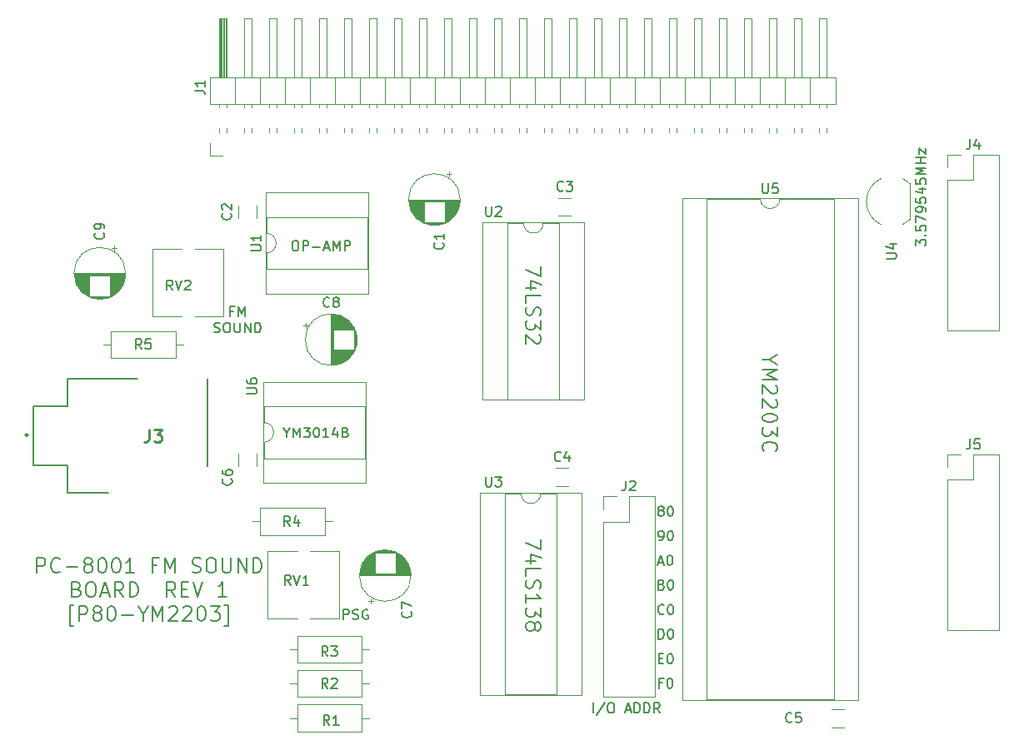
<source format=gto>
G04 #@! TF.GenerationSoftware,KiCad,Pcbnew,(5.1.4-0-10_14)*
G04 #@! TF.CreationDate,2021-02-18T19:35:16+09:00*
G04 #@! TF.ProjectId,PC8001-YM2203,50433830-3031-42d5-994d-323230332e6b,rev?*
G04 #@! TF.SameCoordinates,Original*
G04 #@! TF.FileFunction,Legend,Top*
G04 #@! TF.FilePolarity,Positive*
%FSLAX46Y46*%
G04 Gerber Fmt 4.6, Leading zero omitted, Abs format (unit mm)*
G04 Created by KiCad (PCBNEW (5.1.4-0-10_14)) date 2021-02-18 19:35:16*
%MOMM*%
%LPD*%
G04 APERTURE LIST*
%ADD10C,0.150000*%
%ADD11C,0.200000*%
%ADD12C,0.120000*%
%ADD13C,0.254000*%
G04 APERTURE END LIST*
D10*
X131952380Y-83928571D02*
X131952380Y-83309523D01*
X132333333Y-83642857D01*
X132333333Y-83500000D01*
X132380952Y-83404761D01*
X132428571Y-83357142D01*
X132523809Y-83309523D01*
X132761904Y-83309523D01*
X132857142Y-83357142D01*
X132904761Y-83404761D01*
X132952380Y-83500000D01*
X132952380Y-83785714D01*
X132904761Y-83880952D01*
X132857142Y-83928571D01*
X132857142Y-82880952D02*
X132904761Y-82833333D01*
X132952380Y-82880952D01*
X132904761Y-82928571D01*
X132857142Y-82880952D01*
X132952380Y-82880952D01*
X131952380Y-81928571D02*
X131952380Y-82404761D01*
X132428571Y-82452380D01*
X132380952Y-82404761D01*
X132333333Y-82309523D01*
X132333333Y-82071428D01*
X132380952Y-81976190D01*
X132428571Y-81928571D01*
X132523809Y-81880952D01*
X132761904Y-81880952D01*
X132857142Y-81928571D01*
X132904761Y-81976190D01*
X132952380Y-82071428D01*
X132952380Y-82309523D01*
X132904761Y-82404761D01*
X132857142Y-82452380D01*
X131952380Y-81547619D02*
X131952380Y-80880952D01*
X132952380Y-81309523D01*
X132952380Y-80452380D02*
X132952380Y-80261904D01*
X132904761Y-80166666D01*
X132857142Y-80119047D01*
X132714285Y-80023809D01*
X132523809Y-79976190D01*
X132142857Y-79976190D01*
X132047619Y-80023809D01*
X132000000Y-80071428D01*
X131952380Y-80166666D01*
X131952380Y-80357142D01*
X132000000Y-80452380D01*
X132047619Y-80500000D01*
X132142857Y-80547619D01*
X132380952Y-80547619D01*
X132476190Y-80500000D01*
X132523809Y-80452380D01*
X132571428Y-80357142D01*
X132571428Y-80166666D01*
X132523809Y-80071428D01*
X132476190Y-80023809D01*
X132380952Y-79976190D01*
X131952380Y-79071428D02*
X131952380Y-79547619D01*
X132428571Y-79595238D01*
X132380952Y-79547619D01*
X132333333Y-79452380D01*
X132333333Y-79214285D01*
X132380952Y-79119047D01*
X132428571Y-79071428D01*
X132523809Y-79023809D01*
X132761904Y-79023809D01*
X132857142Y-79071428D01*
X132904761Y-79119047D01*
X132952380Y-79214285D01*
X132952380Y-79452380D01*
X132904761Y-79547619D01*
X132857142Y-79595238D01*
X132285714Y-78166666D02*
X132952380Y-78166666D01*
X131904761Y-78404761D02*
X132619047Y-78642857D01*
X132619047Y-78023809D01*
X131952380Y-77166666D02*
X131952380Y-77642857D01*
X132428571Y-77690476D01*
X132380952Y-77642857D01*
X132333333Y-77547619D01*
X132333333Y-77309523D01*
X132380952Y-77214285D01*
X132428571Y-77166666D01*
X132523809Y-77119047D01*
X132761904Y-77119047D01*
X132857142Y-77166666D01*
X132904761Y-77214285D01*
X132952380Y-77309523D01*
X132952380Y-77547619D01*
X132904761Y-77642857D01*
X132857142Y-77690476D01*
X132952380Y-76690476D02*
X131952380Y-76690476D01*
X132666666Y-76357142D01*
X131952380Y-76023809D01*
X132952380Y-76023809D01*
X132952380Y-75547619D02*
X131952380Y-75547619D01*
X132428571Y-75547619D02*
X132428571Y-74976190D01*
X132952380Y-74976190D02*
X131952380Y-74976190D01*
X132285714Y-74595238D02*
X132285714Y-74071428D01*
X132952380Y-74595238D01*
X132952380Y-74071428D01*
X62571428Y-90603571D02*
X62238095Y-90603571D01*
X62238095Y-91127380D02*
X62238095Y-90127380D01*
X62714285Y-90127380D01*
X63095238Y-91127380D02*
X63095238Y-90127380D01*
X63428571Y-90841666D01*
X63761904Y-90127380D01*
X63761904Y-91127380D01*
X60642857Y-92729761D02*
X60785714Y-92777380D01*
X61023809Y-92777380D01*
X61119047Y-92729761D01*
X61166666Y-92682142D01*
X61214285Y-92586904D01*
X61214285Y-92491666D01*
X61166666Y-92396428D01*
X61119047Y-92348809D01*
X61023809Y-92301190D01*
X60833333Y-92253571D01*
X60738095Y-92205952D01*
X60690476Y-92158333D01*
X60642857Y-92063095D01*
X60642857Y-91967857D01*
X60690476Y-91872619D01*
X60738095Y-91825000D01*
X60833333Y-91777380D01*
X61071428Y-91777380D01*
X61214285Y-91825000D01*
X61833333Y-91777380D02*
X62023809Y-91777380D01*
X62119047Y-91825000D01*
X62214285Y-91920238D01*
X62261904Y-92110714D01*
X62261904Y-92444047D01*
X62214285Y-92634523D01*
X62119047Y-92729761D01*
X62023809Y-92777380D01*
X61833333Y-92777380D01*
X61738095Y-92729761D01*
X61642857Y-92634523D01*
X61595238Y-92444047D01*
X61595238Y-92110714D01*
X61642857Y-91920238D01*
X61738095Y-91825000D01*
X61833333Y-91777380D01*
X62690476Y-91777380D02*
X62690476Y-92586904D01*
X62738095Y-92682142D01*
X62785714Y-92729761D01*
X62880952Y-92777380D01*
X63071428Y-92777380D01*
X63166666Y-92729761D01*
X63214285Y-92682142D01*
X63261904Y-92586904D01*
X63261904Y-91777380D01*
X63738095Y-92777380D02*
X63738095Y-91777380D01*
X64309523Y-92777380D01*
X64309523Y-91777380D01*
X64785714Y-92777380D02*
X64785714Y-91777380D01*
X65023809Y-91777380D01*
X65166666Y-91825000D01*
X65261904Y-91920238D01*
X65309523Y-92015476D01*
X65357142Y-92205952D01*
X65357142Y-92348809D01*
X65309523Y-92539285D01*
X65261904Y-92634523D01*
X65166666Y-92729761D01*
X65023809Y-92777380D01*
X64785714Y-92777380D01*
X73761904Y-121952380D02*
X73761904Y-120952380D01*
X74142857Y-120952380D01*
X74238095Y-121000000D01*
X74285714Y-121047619D01*
X74333333Y-121142857D01*
X74333333Y-121285714D01*
X74285714Y-121380952D01*
X74238095Y-121428571D01*
X74142857Y-121476190D01*
X73761904Y-121476190D01*
X74714285Y-121904761D02*
X74857142Y-121952380D01*
X75095238Y-121952380D01*
X75190476Y-121904761D01*
X75238095Y-121857142D01*
X75285714Y-121761904D01*
X75285714Y-121666666D01*
X75238095Y-121571428D01*
X75190476Y-121523809D01*
X75095238Y-121476190D01*
X74904761Y-121428571D01*
X74809523Y-121380952D01*
X74761904Y-121333333D01*
X74714285Y-121238095D01*
X74714285Y-121142857D01*
X74761904Y-121047619D01*
X74809523Y-121000000D01*
X74904761Y-120952380D01*
X75142857Y-120952380D01*
X75285714Y-121000000D01*
X76238095Y-121000000D02*
X76142857Y-120952380D01*
X76000000Y-120952380D01*
X75857142Y-121000000D01*
X75761904Y-121095238D01*
X75714285Y-121190476D01*
X75666666Y-121380952D01*
X75666666Y-121523809D01*
X75714285Y-121714285D01*
X75761904Y-121809523D01*
X75857142Y-121904761D01*
X76000000Y-121952380D01*
X76095238Y-121952380D01*
X76238095Y-121904761D01*
X76285714Y-121857142D01*
X76285714Y-121523809D01*
X76095238Y-121523809D01*
D11*
X42607142Y-117228571D02*
X42607142Y-115728571D01*
X43178571Y-115728571D01*
X43321428Y-115800000D01*
X43392857Y-115871428D01*
X43464285Y-116014285D01*
X43464285Y-116228571D01*
X43392857Y-116371428D01*
X43321428Y-116442857D01*
X43178571Y-116514285D01*
X42607142Y-116514285D01*
X44964285Y-117085714D02*
X44892857Y-117157142D01*
X44678571Y-117228571D01*
X44535714Y-117228571D01*
X44321428Y-117157142D01*
X44178571Y-117014285D01*
X44107142Y-116871428D01*
X44035714Y-116585714D01*
X44035714Y-116371428D01*
X44107142Y-116085714D01*
X44178571Y-115942857D01*
X44321428Y-115800000D01*
X44535714Y-115728571D01*
X44678571Y-115728571D01*
X44892857Y-115800000D01*
X44964285Y-115871428D01*
X45607142Y-116657142D02*
X46750000Y-116657142D01*
X47678571Y-116371428D02*
X47535714Y-116300000D01*
X47464285Y-116228571D01*
X47392857Y-116085714D01*
X47392857Y-116014285D01*
X47464285Y-115871428D01*
X47535714Y-115800000D01*
X47678571Y-115728571D01*
X47964285Y-115728571D01*
X48107142Y-115800000D01*
X48178571Y-115871428D01*
X48250000Y-116014285D01*
X48250000Y-116085714D01*
X48178571Y-116228571D01*
X48107142Y-116300000D01*
X47964285Y-116371428D01*
X47678571Y-116371428D01*
X47535714Y-116442857D01*
X47464285Y-116514285D01*
X47392857Y-116657142D01*
X47392857Y-116942857D01*
X47464285Y-117085714D01*
X47535714Y-117157142D01*
X47678571Y-117228571D01*
X47964285Y-117228571D01*
X48107142Y-117157142D01*
X48178571Y-117085714D01*
X48250000Y-116942857D01*
X48250000Y-116657142D01*
X48178571Y-116514285D01*
X48107142Y-116442857D01*
X47964285Y-116371428D01*
X49178571Y-115728571D02*
X49321428Y-115728571D01*
X49464285Y-115800000D01*
X49535714Y-115871428D01*
X49607142Y-116014285D01*
X49678571Y-116300000D01*
X49678571Y-116657142D01*
X49607142Y-116942857D01*
X49535714Y-117085714D01*
X49464285Y-117157142D01*
X49321428Y-117228571D01*
X49178571Y-117228571D01*
X49035714Y-117157142D01*
X48964285Y-117085714D01*
X48892857Y-116942857D01*
X48821428Y-116657142D01*
X48821428Y-116300000D01*
X48892857Y-116014285D01*
X48964285Y-115871428D01*
X49035714Y-115800000D01*
X49178571Y-115728571D01*
X50607142Y-115728571D02*
X50750000Y-115728571D01*
X50892857Y-115800000D01*
X50964285Y-115871428D01*
X51035714Y-116014285D01*
X51107142Y-116300000D01*
X51107142Y-116657142D01*
X51035714Y-116942857D01*
X50964285Y-117085714D01*
X50892857Y-117157142D01*
X50750000Y-117228571D01*
X50607142Y-117228571D01*
X50464285Y-117157142D01*
X50392857Y-117085714D01*
X50321428Y-116942857D01*
X50250000Y-116657142D01*
X50250000Y-116300000D01*
X50321428Y-116014285D01*
X50392857Y-115871428D01*
X50464285Y-115800000D01*
X50607142Y-115728571D01*
X52535714Y-117228571D02*
X51678571Y-117228571D01*
X52107142Y-117228571D02*
X52107142Y-115728571D01*
X51964285Y-115942857D01*
X51821428Y-116085714D01*
X51678571Y-116157142D01*
X54821428Y-116442857D02*
X54321428Y-116442857D01*
X54321428Y-117228571D02*
X54321428Y-115728571D01*
X55035714Y-115728571D01*
X55607142Y-117228571D02*
X55607142Y-115728571D01*
X56107142Y-116800000D01*
X56607142Y-115728571D01*
X56607142Y-117228571D01*
X58392857Y-117157142D02*
X58607142Y-117228571D01*
X58964285Y-117228571D01*
X59107142Y-117157142D01*
X59178571Y-117085714D01*
X59250000Y-116942857D01*
X59250000Y-116800000D01*
X59178571Y-116657142D01*
X59107142Y-116585714D01*
X58964285Y-116514285D01*
X58678571Y-116442857D01*
X58535714Y-116371428D01*
X58464285Y-116300000D01*
X58392857Y-116157142D01*
X58392857Y-116014285D01*
X58464285Y-115871428D01*
X58535714Y-115800000D01*
X58678571Y-115728571D01*
X59035714Y-115728571D01*
X59250000Y-115800000D01*
X60178571Y-115728571D02*
X60464285Y-115728571D01*
X60607142Y-115800000D01*
X60750000Y-115942857D01*
X60821428Y-116228571D01*
X60821428Y-116728571D01*
X60750000Y-117014285D01*
X60607142Y-117157142D01*
X60464285Y-117228571D01*
X60178571Y-117228571D01*
X60035714Y-117157142D01*
X59892857Y-117014285D01*
X59821428Y-116728571D01*
X59821428Y-116228571D01*
X59892857Y-115942857D01*
X60035714Y-115800000D01*
X60178571Y-115728571D01*
X61464285Y-115728571D02*
X61464285Y-116942857D01*
X61535714Y-117085714D01*
X61607142Y-117157142D01*
X61750000Y-117228571D01*
X62035714Y-117228571D01*
X62178571Y-117157142D01*
X62250000Y-117085714D01*
X62321428Y-116942857D01*
X62321428Y-115728571D01*
X63035714Y-117228571D02*
X63035714Y-115728571D01*
X63892857Y-117228571D01*
X63892857Y-115728571D01*
X64607142Y-117228571D02*
X64607142Y-115728571D01*
X64964285Y-115728571D01*
X65178571Y-115800000D01*
X65321428Y-115942857D01*
X65392857Y-116085714D01*
X65464285Y-116371428D01*
X65464285Y-116585714D01*
X65392857Y-116871428D01*
X65321428Y-117014285D01*
X65178571Y-117157142D01*
X64964285Y-117228571D01*
X64607142Y-117228571D01*
X46678571Y-118892857D02*
X46892857Y-118964285D01*
X46964285Y-119035714D01*
X47035714Y-119178571D01*
X47035714Y-119392857D01*
X46964285Y-119535714D01*
X46892857Y-119607142D01*
X46749999Y-119678571D01*
X46178571Y-119678571D01*
X46178571Y-118178571D01*
X46678571Y-118178571D01*
X46821428Y-118250000D01*
X46892857Y-118321428D01*
X46964285Y-118464285D01*
X46964285Y-118607142D01*
X46892857Y-118750000D01*
X46821428Y-118821428D01*
X46678571Y-118892857D01*
X46178571Y-118892857D01*
X47964285Y-118178571D02*
X48249999Y-118178571D01*
X48392857Y-118250000D01*
X48535714Y-118392857D01*
X48607142Y-118678571D01*
X48607142Y-119178571D01*
X48535714Y-119464285D01*
X48392857Y-119607142D01*
X48249999Y-119678571D01*
X47964285Y-119678571D01*
X47821428Y-119607142D01*
X47678571Y-119464285D01*
X47607142Y-119178571D01*
X47607142Y-118678571D01*
X47678571Y-118392857D01*
X47821428Y-118250000D01*
X47964285Y-118178571D01*
X49178571Y-119250000D02*
X49892857Y-119250000D01*
X49035714Y-119678571D02*
X49535714Y-118178571D01*
X50035714Y-119678571D01*
X51392857Y-119678571D02*
X50892857Y-118964285D01*
X50535714Y-119678571D02*
X50535714Y-118178571D01*
X51107142Y-118178571D01*
X51249999Y-118250000D01*
X51321428Y-118321428D01*
X51392857Y-118464285D01*
X51392857Y-118678571D01*
X51321428Y-118821428D01*
X51249999Y-118892857D01*
X51107142Y-118964285D01*
X50535714Y-118964285D01*
X52035714Y-119678571D02*
X52035714Y-118178571D01*
X52392857Y-118178571D01*
X52607142Y-118250000D01*
X52749999Y-118392857D01*
X52821428Y-118535714D01*
X52892857Y-118821428D01*
X52892857Y-119035714D01*
X52821428Y-119321428D01*
X52749999Y-119464285D01*
X52607142Y-119607142D01*
X52392857Y-119678571D01*
X52035714Y-119678571D01*
X56678571Y-119678571D02*
X56178571Y-118964285D01*
X55821428Y-119678571D02*
X55821428Y-118178571D01*
X56392857Y-118178571D01*
X56535714Y-118250000D01*
X56607142Y-118321428D01*
X56678571Y-118464285D01*
X56678571Y-118678571D01*
X56607142Y-118821428D01*
X56535714Y-118892857D01*
X56392857Y-118964285D01*
X55821428Y-118964285D01*
X57321428Y-118892857D02*
X57821428Y-118892857D01*
X58035714Y-119678571D02*
X57321428Y-119678571D01*
X57321428Y-118178571D01*
X58035714Y-118178571D01*
X58464285Y-118178571D02*
X58964285Y-119678571D01*
X59464285Y-118178571D01*
X61892857Y-119678571D02*
X61035714Y-119678571D01*
X61464285Y-119678571D02*
X61464285Y-118178571D01*
X61321428Y-118392857D01*
X61178571Y-118535714D01*
X61035714Y-118607142D01*
X46321428Y-122628571D02*
X45964285Y-122628571D01*
X45964285Y-120485714D01*
X46321428Y-120485714D01*
X46892857Y-122128571D02*
X46892857Y-120628571D01*
X47464285Y-120628571D01*
X47607142Y-120700000D01*
X47678571Y-120771428D01*
X47750000Y-120914285D01*
X47750000Y-121128571D01*
X47678571Y-121271428D01*
X47607142Y-121342857D01*
X47464285Y-121414285D01*
X46892857Y-121414285D01*
X48607142Y-121271428D02*
X48464285Y-121200000D01*
X48392857Y-121128571D01*
X48321428Y-120985714D01*
X48321428Y-120914285D01*
X48392857Y-120771428D01*
X48464285Y-120700000D01*
X48607142Y-120628571D01*
X48892857Y-120628571D01*
X49035714Y-120700000D01*
X49107142Y-120771428D01*
X49178571Y-120914285D01*
X49178571Y-120985714D01*
X49107142Y-121128571D01*
X49035714Y-121200000D01*
X48892857Y-121271428D01*
X48607142Y-121271428D01*
X48464285Y-121342857D01*
X48392857Y-121414285D01*
X48321428Y-121557142D01*
X48321428Y-121842857D01*
X48392857Y-121985714D01*
X48464285Y-122057142D01*
X48607142Y-122128571D01*
X48892857Y-122128571D01*
X49035714Y-122057142D01*
X49107142Y-121985714D01*
X49178571Y-121842857D01*
X49178571Y-121557142D01*
X49107142Y-121414285D01*
X49035714Y-121342857D01*
X48892857Y-121271428D01*
X50107142Y-120628571D02*
X50250000Y-120628571D01*
X50392857Y-120700000D01*
X50464285Y-120771428D01*
X50535714Y-120914285D01*
X50607142Y-121200000D01*
X50607142Y-121557142D01*
X50535714Y-121842857D01*
X50464285Y-121985714D01*
X50392857Y-122057142D01*
X50250000Y-122128571D01*
X50107142Y-122128571D01*
X49964285Y-122057142D01*
X49892857Y-121985714D01*
X49821428Y-121842857D01*
X49750000Y-121557142D01*
X49750000Y-121200000D01*
X49821428Y-120914285D01*
X49892857Y-120771428D01*
X49964285Y-120700000D01*
X50107142Y-120628571D01*
X51250000Y-121557142D02*
X52392857Y-121557142D01*
X53392857Y-121414285D02*
X53392857Y-122128571D01*
X52892857Y-120628571D02*
X53392857Y-121414285D01*
X53892857Y-120628571D01*
X54392857Y-122128571D02*
X54392857Y-120628571D01*
X54892857Y-121700000D01*
X55392857Y-120628571D01*
X55392857Y-122128571D01*
X56035714Y-120771428D02*
X56107142Y-120700000D01*
X56250000Y-120628571D01*
X56607142Y-120628571D01*
X56750000Y-120700000D01*
X56821428Y-120771428D01*
X56892857Y-120914285D01*
X56892857Y-121057142D01*
X56821428Y-121271428D01*
X55964285Y-122128571D01*
X56892857Y-122128571D01*
X57464285Y-120771428D02*
X57535714Y-120700000D01*
X57678571Y-120628571D01*
X58035714Y-120628571D01*
X58178571Y-120700000D01*
X58250000Y-120771428D01*
X58321428Y-120914285D01*
X58321428Y-121057142D01*
X58250000Y-121271428D01*
X57392857Y-122128571D01*
X58321428Y-122128571D01*
X59250000Y-120628571D02*
X59392857Y-120628571D01*
X59535714Y-120700000D01*
X59607142Y-120771428D01*
X59678571Y-120914285D01*
X59750000Y-121200000D01*
X59750000Y-121557142D01*
X59678571Y-121842857D01*
X59607142Y-121985714D01*
X59535714Y-122057142D01*
X59392857Y-122128571D01*
X59250000Y-122128571D01*
X59107142Y-122057142D01*
X59035714Y-121985714D01*
X58964285Y-121842857D01*
X58892857Y-121557142D01*
X58892857Y-121200000D01*
X58964285Y-120914285D01*
X59035714Y-120771428D01*
X59107142Y-120700000D01*
X59250000Y-120628571D01*
X60250000Y-120628571D02*
X61178571Y-120628571D01*
X60678571Y-121200000D01*
X60892857Y-121200000D01*
X61035714Y-121271428D01*
X61107142Y-121342857D01*
X61178571Y-121485714D01*
X61178571Y-121842857D01*
X61107142Y-121985714D01*
X61035714Y-122057142D01*
X60892857Y-122128571D01*
X60464285Y-122128571D01*
X60321428Y-122057142D01*
X60250000Y-121985714D01*
X61678571Y-122628571D02*
X62035714Y-122628571D01*
X62035714Y-120485714D01*
X61678571Y-120485714D01*
D10*
X99142857Y-131452380D02*
X99142857Y-130452380D01*
X100333333Y-130404761D02*
X99476190Y-131690476D01*
X100857142Y-130452380D02*
X101047619Y-130452380D01*
X101142857Y-130500000D01*
X101238095Y-130595238D01*
X101285714Y-130785714D01*
X101285714Y-131119047D01*
X101238095Y-131309523D01*
X101142857Y-131404761D01*
X101047619Y-131452380D01*
X100857142Y-131452380D01*
X100761904Y-131404761D01*
X100666666Y-131309523D01*
X100619047Y-131119047D01*
X100619047Y-130785714D01*
X100666666Y-130595238D01*
X100761904Y-130500000D01*
X100857142Y-130452380D01*
X102428571Y-131166666D02*
X102904761Y-131166666D01*
X102333333Y-131452380D02*
X102666666Y-130452380D01*
X103000000Y-131452380D01*
X103333333Y-131452380D02*
X103333333Y-130452380D01*
X103571428Y-130452380D01*
X103714285Y-130500000D01*
X103809523Y-130595238D01*
X103857142Y-130690476D01*
X103904761Y-130880952D01*
X103904761Y-131023809D01*
X103857142Y-131214285D01*
X103809523Y-131309523D01*
X103714285Y-131404761D01*
X103571428Y-131452380D01*
X103333333Y-131452380D01*
X104333333Y-131452380D02*
X104333333Y-130452380D01*
X104571428Y-130452380D01*
X104714285Y-130500000D01*
X104809523Y-130595238D01*
X104857142Y-130690476D01*
X104904761Y-130880952D01*
X104904761Y-131023809D01*
X104857142Y-131214285D01*
X104809523Y-131309523D01*
X104714285Y-131404761D01*
X104571428Y-131452380D01*
X104333333Y-131452380D01*
X105904761Y-131452380D02*
X105571428Y-130976190D01*
X105333333Y-131452380D02*
X105333333Y-130452380D01*
X105714285Y-130452380D01*
X105809523Y-130500000D01*
X105857142Y-130547619D01*
X105904761Y-130642857D01*
X105904761Y-130785714D01*
X105857142Y-130880952D01*
X105809523Y-130928571D01*
X105714285Y-130976190D01*
X105333333Y-130976190D01*
X106166666Y-128428571D02*
X105833333Y-128428571D01*
X105833333Y-128952380D02*
X105833333Y-127952380D01*
X106309523Y-127952380D01*
X106880952Y-127952380D02*
X106976190Y-127952380D01*
X107071428Y-128000000D01*
X107119047Y-128047619D01*
X107166666Y-128142857D01*
X107214285Y-128333333D01*
X107214285Y-128571428D01*
X107166666Y-128761904D01*
X107119047Y-128857142D01*
X107071428Y-128904761D01*
X106976190Y-128952380D01*
X106880952Y-128952380D01*
X106785714Y-128904761D01*
X106738095Y-128857142D01*
X106690476Y-128761904D01*
X106642857Y-128571428D01*
X106642857Y-128333333D01*
X106690476Y-128142857D01*
X106738095Y-128047619D01*
X106785714Y-128000000D01*
X106880952Y-127952380D01*
X105809523Y-125928571D02*
X106142857Y-125928571D01*
X106285714Y-126452380D02*
X105809523Y-126452380D01*
X105809523Y-125452380D01*
X106285714Y-125452380D01*
X106904761Y-125452380D02*
X107000000Y-125452380D01*
X107095238Y-125500000D01*
X107142857Y-125547619D01*
X107190476Y-125642857D01*
X107238095Y-125833333D01*
X107238095Y-126071428D01*
X107190476Y-126261904D01*
X107142857Y-126357142D01*
X107095238Y-126404761D01*
X107000000Y-126452380D01*
X106904761Y-126452380D01*
X106809523Y-126404761D01*
X106761904Y-126357142D01*
X106714285Y-126261904D01*
X106666666Y-126071428D01*
X106666666Y-125833333D01*
X106714285Y-125642857D01*
X106761904Y-125547619D01*
X106809523Y-125500000D01*
X106904761Y-125452380D01*
X105761904Y-123952380D02*
X105761904Y-122952380D01*
X106000000Y-122952380D01*
X106142857Y-123000000D01*
X106238095Y-123095238D01*
X106285714Y-123190476D01*
X106333333Y-123380952D01*
X106333333Y-123523809D01*
X106285714Y-123714285D01*
X106238095Y-123809523D01*
X106142857Y-123904761D01*
X106000000Y-123952380D01*
X105761904Y-123952380D01*
X106952380Y-122952380D02*
X107047619Y-122952380D01*
X107142857Y-123000000D01*
X107190476Y-123047619D01*
X107238095Y-123142857D01*
X107285714Y-123333333D01*
X107285714Y-123571428D01*
X107238095Y-123761904D01*
X107190476Y-123857142D01*
X107142857Y-123904761D01*
X107047619Y-123952380D01*
X106952380Y-123952380D01*
X106857142Y-123904761D01*
X106809523Y-123857142D01*
X106761904Y-123761904D01*
X106714285Y-123571428D01*
X106714285Y-123333333D01*
X106761904Y-123142857D01*
X106809523Y-123047619D01*
X106857142Y-123000000D01*
X106952380Y-122952380D01*
X106333333Y-121357142D02*
X106285714Y-121404761D01*
X106142857Y-121452380D01*
X106047619Y-121452380D01*
X105904761Y-121404761D01*
X105809523Y-121309523D01*
X105761904Y-121214285D01*
X105714285Y-121023809D01*
X105714285Y-120880952D01*
X105761904Y-120690476D01*
X105809523Y-120595238D01*
X105904761Y-120500000D01*
X106047619Y-120452380D01*
X106142857Y-120452380D01*
X106285714Y-120500000D01*
X106333333Y-120547619D01*
X106952380Y-120452380D02*
X107047619Y-120452380D01*
X107142857Y-120500000D01*
X107190476Y-120547619D01*
X107238095Y-120642857D01*
X107285714Y-120833333D01*
X107285714Y-121071428D01*
X107238095Y-121261904D01*
X107190476Y-121357142D01*
X107142857Y-121404761D01*
X107047619Y-121452380D01*
X106952380Y-121452380D01*
X106857142Y-121404761D01*
X106809523Y-121357142D01*
X106761904Y-121261904D01*
X106714285Y-121071428D01*
X106714285Y-120833333D01*
X106761904Y-120642857D01*
X106809523Y-120547619D01*
X106857142Y-120500000D01*
X106952380Y-120452380D01*
X106095238Y-118428571D02*
X106238095Y-118476190D01*
X106285714Y-118523809D01*
X106333333Y-118619047D01*
X106333333Y-118761904D01*
X106285714Y-118857142D01*
X106238095Y-118904761D01*
X106142857Y-118952380D01*
X105761904Y-118952380D01*
X105761904Y-117952380D01*
X106095238Y-117952380D01*
X106190476Y-118000000D01*
X106238095Y-118047619D01*
X106285714Y-118142857D01*
X106285714Y-118238095D01*
X106238095Y-118333333D01*
X106190476Y-118380952D01*
X106095238Y-118428571D01*
X105761904Y-118428571D01*
X106952380Y-117952380D02*
X107047619Y-117952380D01*
X107142857Y-118000000D01*
X107190476Y-118047619D01*
X107238095Y-118142857D01*
X107285714Y-118333333D01*
X107285714Y-118571428D01*
X107238095Y-118761904D01*
X107190476Y-118857142D01*
X107142857Y-118904761D01*
X107047619Y-118952380D01*
X106952380Y-118952380D01*
X106857142Y-118904761D01*
X106809523Y-118857142D01*
X106761904Y-118761904D01*
X106714285Y-118571428D01*
X106714285Y-118333333D01*
X106761904Y-118142857D01*
X106809523Y-118047619D01*
X106857142Y-118000000D01*
X106952380Y-117952380D01*
X105785714Y-116166666D02*
X106261904Y-116166666D01*
X105690476Y-116452380D02*
X106023809Y-115452380D01*
X106357142Y-116452380D01*
X106880952Y-115452380D02*
X106976190Y-115452380D01*
X107071428Y-115500000D01*
X107119047Y-115547619D01*
X107166666Y-115642857D01*
X107214285Y-115833333D01*
X107214285Y-116071428D01*
X107166666Y-116261904D01*
X107119047Y-116357142D01*
X107071428Y-116404761D01*
X106976190Y-116452380D01*
X106880952Y-116452380D01*
X106785714Y-116404761D01*
X106738095Y-116357142D01*
X106690476Y-116261904D01*
X106642857Y-116071428D01*
X106642857Y-115833333D01*
X106690476Y-115642857D01*
X106738095Y-115547619D01*
X106785714Y-115500000D01*
X106880952Y-115452380D01*
X105833333Y-113952380D02*
X106023809Y-113952380D01*
X106119047Y-113904761D01*
X106166666Y-113857142D01*
X106261904Y-113714285D01*
X106309523Y-113523809D01*
X106309523Y-113142857D01*
X106261904Y-113047619D01*
X106214285Y-113000000D01*
X106119047Y-112952380D01*
X105928571Y-112952380D01*
X105833333Y-113000000D01*
X105785714Y-113047619D01*
X105738095Y-113142857D01*
X105738095Y-113380952D01*
X105785714Y-113476190D01*
X105833333Y-113523809D01*
X105928571Y-113571428D01*
X106119047Y-113571428D01*
X106214285Y-113523809D01*
X106261904Y-113476190D01*
X106309523Y-113380952D01*
X106928571Y-112952380D02*
X107023809Y-112952380D01*
X107119047Y-113000000D01*
X107166666Y-113047619D01*
X107214285Y-113142857D01*
X107261904Y-113333333D01*
X107261904Y-113571428D01*
X107214285Y-113761904D01*
X107166666Y-113857142D01*
X107119047Y-113904761D01*
X107023809Y-113952380D01*
X106928571Y-113952380D01*
X106833333Y-113904761D01*
X106785714Y-113857142D01*
X106738095Y-113761904D01*
X106690476Y-113571428D01*
X106690476Y-113333333D01*
X106738095Y-113142857D01*
X106785714Y-113047619D01*
X106833333Y-113000000D01*
X106928571Y-112952380D01*
X105928571Y-110880952D02*
X105833333Y-110833333D01*
X105785714Y-110785714D01*
X105738095Y-110690476D01*
X105738095Y-110642857D01*
X105785714Y-110547619D01*
X105833333Y-110500000D01*
X105928571Y-110452380D01*
X106119047Y-110452380D01*
X106214285Y-110500000D01*
X106261904Y-110547619D01*
X106309523Y-110642857D01*
X106309523Y-110690476D01*
X106261904Y-110785714D01*
X106214285Y-110833333D01*
X106119047Y-110880952D01*
X105928571Y-110880952D01*
X105833333Y-110928571D01*
X105785714Y-110976190D01*
X105738095Y-111071428D01*
X105738095Y-111261904D01*
X105785714Y-111357142D01*
X105833333Y-111404761D01*
X105928571Y-111452380D01*
X106119047Y-111452380D01*
X106214285Y-111404761D01*
X106261904Y-111357142D01*
X106309523Y-111261904D01*
X106309523Y-111071428D01*
X106261904Y-110976190D01*
X106214285Y-110928571D01*
X106119047Y-110880952D01*
X106928571Y-110452380D02*
X107023809Y-110452380D01*
X107119047Y-110500000D01*
X107166666Y-110547619D01*
X107214285Y-110642857D01*
X107261904Y-110833333D01*
X107261904Y-111071428D01*
X107214285Y-111261904D01*
X107166666Y-111357142D01*
X107119047Y-111404761D01*
X107023809Y-111452380D01*
X106928571Y-111452380D01*
X106833333Y-111404761D01*
X106785714Y-111357142D01*
X106738095Y-111261904D01*
X106690476Y-111071428D01*
X106690476Y-110833333D01*
X106738095Y-110642857D01*
X106785714Y-110547619D01*
X106833333Y-110500000D01*
X106928571Y-110452380D01*
X68785714Y-83452380D02*
X68976190Y-83452380D01*
X69071428Y-83500000D01*
X69166666Y-83595238D01*
X69214285Y-83785714D01*
X69214285Y-84119047D01*
X69166666Y-84309523D01*
X69071428Y-84404761D01*
X68976190Y-84452380D01*
X68785714Y-84452380D01*
X68690476Y-84404761D01*
X68595238Y-84309523D01*
X68547619Y-84119047D01*
X68547619Y-83785714D01*
X68595238Y-83595238D01*
X68690476Y-83500000D01*
X68785714Y-83452380D01*
X69642857Y-84452380D02*
X69642857Y-83452380D01*
X70023809Y-83452380D01*
X70119047Y-83500000D01*
X70166666Y-83547619D01*
X70214285Y-83642857D01*
X70214285Y-83785714D01*
X70166666Y-83880952D01*
X70119047Y-83928571D01*
X70023809Y-83976190D01*
X69642857Y-83976190D01*
X70642857Y-84071428D02*
X71404761Y-84071428D01*
X71833333Y-84166666D02*
X72309523Y-84166666D01*
X71738095Y-84452380D02*
X72071428Y-83452380D01*
X72404761Y-84452380D01*
X72738095Y-84452380D02*
X72738095Y-83452380D01*
X73071428Y-84166666D01*
X73404761Y-83452380D01*
X73404761Y-84452380D01*
X73880952Y-84452380D02*
X73880952Y-83452380D01*
X74261904Y-83452380D01*
X74357142Y-83500000D01*
X74404761Y-83547619D01*
X74452380Y-83642857D01*
X74452380Y-83785714D01*
X74404761Y-83880952D01*
X74357142Y-83928571D01*
X74261904Y-83976190D01*
X73880952Y-83976190D01*
X68023809Y-102976190D02*
X68023809Y-103452380D01*
X67690476Y-102452380D02*
X68023809Y-102976190D01*
X68357142Y-102452380D01*
X68690476Y-103452380D02*
X68690476Y-102452380D01*
X69023809Y-103166666D01*
X69357142Y-102452380D01*
X69357142Y-103452380D01*
X69738095Y-102452380D02*
X70357142Y-102452380D01*
X70023809Y-102833333D01*
X70166666Y-102833333D01*
X70261904Y-102880952D01*
X70309523Y-102928571D01*
X70357142Y-103023809D01*
X70357142Y-103261904D01*
X70309523Y-103357142D01*
X70261904Y-103404761D01*
X70166666Y-103452380D01*
X69880952Y-103452380D01*
X69785714Y-103404761D01*
X69738095Y-103357142D01*
X70976190Y-102452380D02*
X71071428Y-102452380D01*
X71166666Y-102500000D01*
X71214285Y-102547619D01*
X71261904Y-102642857D01*
X71309523Y-102833333D01*
X71309523Y-103071428D01*
X71261904Y-103261904D01*
X71214285Y-103357142D01*
X71166666Y-103404761D01*
X71071428Y-103452380D01*
X70976190Y-103452380D01*
X70880952Y-103404761D01*
X70833333Y-103357142D01*
X70785714Y-103261904D01*
X70738095Y-103071428D01*
X70738095Y-102833333D01*
X70785714Y-102642857D01*
X70833333Y-102547619D01*
X70880952Y-102500000D01*
X70976190Y-102452380D01*
X72261904Y-103452380D02*
X71690476Y-103452380D01*
X71976190Y-103452380D02*
X71976190Y-102452380D01*
X71880952Y-102595238D01*
X71785714Y-102690476D01*
X71690476Y-102738095D01*
X73119047Y-102785714D02*
X73119047Y-103452380D01*
X72880952Y-102404761D02*
X72642857Y-103119047D01*
X73261904Y-103119047D01*
X73976190Y-102928571D02*
X74119047Y-102976190D01*
X74166666Y-103023809D01*
X74214285Y-103119047D01*
X74214285Y-103261904D01*
X74166666Y-103357142D01*
X74119047Y-103404761D01*
X74023809Y-103452380D01*
X73642857Y-103452380D01*
X73642857Y-102452380D01*
X73976190Y-102452380D01*
X74071428Y-102500000D01*
X74119047Y-102547619D01*
X74166666Y-102642857D01*
X74166666Y-102738095D01*
X74119047Y-102833333D01*
X74071428Y-102880952D01*
X73976190Y-102928571D01*
X73642857Y-102928571D01*
D11*
X93821428Y-113821428D02*
X93821428Y-114821428D01*
X92321428Y-114178571D01*
X93321428Y-116035714D02*
X92321428Y-116035714D01*
X93892857Y-115678571D02*
X92821428Y-115321428D01*
X92821428Y-116250000D01*
X92321428Y-117535714D02*
X92321428Y-116821428D01*
X93821428Y-116821428D01*
X92392857Y-117964285D02*
X92321428Y-118178571D01*
X92321428Y-118535714D01*
X92392857Y-118678571D01*
X92464285Y-118750000D01*
X92607142Y-118821428D01*
X92750000Y-118821428D01*
X92892857Y-118750000D01*
X92964285Y-118678571D01*
X93035714Y-118535714D01*
X93107142Y-118250000D01*
X93178571Y-118107142D01*
X93250000Y-118035714D01*
X93392857Y-117964285D01*
X93535714Y-117964285D01*
X93678571Y-118035714D01*
X93750000Y-118107142D01*
X93821428Y-118250000D01*
X93821428Y-118607142D01*
X93750000Y-118821428D01*
X92321428Y-120250000D02*
X92321428Y-119392857D01*
X92321428Y-119821428D02*
X93821428Y-119821428D01*
X93607142Y-119678571D01*
X93464285Y-119535714D01*
X93392857Y-119392857D01*
X93821428Y-120750000D02*
X93821428Y-121678571D01*
X93250000Y-121178571D01*
X93250000Y-121392857D01*
X93178571Y-121535714D01*
X93107142Y-121607142D01*
X92964285Y-121678571D01*
X92607142Y-121678571D01*
X92464285Y-121607142D01*
X92392857Y-121535714D01*
X92321428Y-121392857D01*
X92321428Y-120964285D01*
X92392857Y-120821428D01*
X92464285Y-120750000D01*
X93178571Y-122535714D02*
X93250000Y-122392857D01*
X93321428Y-122321428D01*
X93464285Y-122250000D01*
X93535714Y-122250000D01*
X93678571Y-122321428D01*
X93750000Y-122392857D01*
X93821428Y-122535714D01*
X93821428Y-122821428D01*
X93750000Y-122964285D01*
X93678571Y-123035714D01*
X93535714Y-123107142D01*
X93464285Y-123107142D01*
X93321428Y-123035714D01*
X93250000Y-122964285D01*
X93178571Y-122821428D01*
X93178571Y-122535714D01*
X93107142Y-122392857D01*
X93035714Y-122321428D01*
X92892857Y-122250000D01*
X92607142Y-122250000D01*
X92464285Y-122321428D01*
X92392857Y-122392857D01*
X92321428Y-122535714D01*
X92321428Y-122821428D01*
X92392857Y-122964285D01*
X92464285Y-123035714D01*
X92607142Y-123107142D01*
X92892857Y-123107142D01*
X93035714Y-123035714D01*
X93107142Y-122964285D01*
X93178571Y-122821428D01*
X93821428Y-86035714D02*
X93821428Y-87035714D01*
X92321428Y-86392857D01*
X93321428Y-88250000D02*
X92321428Y-88250000D01*
X93892857Y-87892857D02*
X92821428Y-87535714D01*
X92821428Y-88464285D01*
X92321428Y-89750000D02*
X92321428Y-89035714D01*
X93821428Y-89035714D01*
X92392857Y-90178571D02*
X92321428Y-90392857D01*
X92321428Y-90750000D01*
X92392857Y-90892857D01*
X92464285Y-90964285D01*
X92607142Y-91035714D01*
X92750000Y-91035714D01*
X92892857Y-90964285D01*
X92964285Y-90892857D01*
X93035714Y-90750000D01*
X93107142Y-90464285D01*
X93178571Y-90321428D01*
X93250000Y-90250000D01*
X93392857Y-90178571D01*
X93535714Y-90178571D01*
X93678571Y-90250000D01*
X93750000Y-90321428D01*
X93821428Y-90464285D01*
X93821428Y-90821428D01*
X93750000Y-91035714D01*
X93821428Y-91535714D02*
X93821428Y-92464285D01*
X93250000Y-91964285D01*
X93250000Y-92178571D01*
X93178571Y-92321428D01*
X93107142Y-92392857D01*
X92964285Y-92464285D01*
X92607142Y-92464285D01*
X92464285Y-92392857D01*
X92392857Y-92321428D01*
X92321428Y-92178571D01*
X92321428Y-91750000D01*
X92392857Y-91607142D01*
X92464285Y-91535714D01*
X93678571Y-93035714D02*
X93750000Y-93107142D01*
X93821428Y-93250000D01*
X93821428Y-93607142D01*
X93750000Y-93750000D01*
X93678571Y-93821428D01*
X93535714Y-93892857D01*
X93392857Y-93892857D01*
X93178571Y-93821428D01*
X92321428Y-92964285D01*
X92321428Y-93892857D01*
X117035714Y-95535714D02*
X116321428Y-95535714D01*
X117821428Y-95035714D02*
X117035714Y-95535714D01*
X117821428Y-96035714D01*
X116321428Y-96535714D02*
X117821428Y-96535714D01*
X116750000Y-97035714D01*
X117821428Y-97535714D01*
X116321428Y-97535714D01*
X117678571Y-98178571D02*
X117750000Y-98250000D01*
X117821428Y-98392857D01*
X117821428Y-98750000D01*
X117750000Y-98892857D01*
X117678571Y-98964285D01*
X117535714Y-99035714D01*
X117392857Y-99035714D01*
X117178571Y-98964285D01*
X116321428Y-98107142D01*
X116321428Y-99035714D01*
X117678571Y-99607142D02*
X117750000Y-99678571D01*
X117821428Y-99821428D01*
X117821428Y-100178571D01*
X117750000Y-100321428D01*
X117678571Y-100392857D01*
X117535714Y-100464285D01*
X117392857Y-100464285D01*
X117178571Y-100392857D01*
X116321428Y-99535714D01*
X116321428Y-100464285D01*
X117821428Y-101392857D02*
X117821428Y-101535714D01*
X117750000Y-101678571D01*
X117678571Y-101750000D01*
X117535714Y-101821428D01*
X117250000Y-101892857D01*
X116892857Y-101892857D01*
X116607142Y-101821428D01*
X116464285Y-101750000D01*
X116392857Y-101678571D01*
X116321428Y-101535714D01*
X116321428Y-101392857D01*
X116392857Y-101250000D01*
X116464285Y-101178571D01*
X116607142Y-101107142D01*
X116892857Y-101035714D01*
X117250000Y-101035714D01*
X117535714Y-101107142D01*
X117678571Y-101178571D01*
X117750000Y-101250000D01*
X117821428Y-101392857D01*
X117821428Y-102392857D02*
X117821428Y-103321428D01*
X117250000Y-102821428D01*
X117250000Y-103035714D01*
X117178571Y-103178571D01*
X117107142Y-103250000D01*
X116964285Y-103321428D01*
X116607142Y-103321428D01*
X116464285Y-103250000D01*
X116392857Y-103178571D01*
X116321428Y-103035714D01*
X116321428Y-102607142D01*
X116392857Y-102464285D01*
X116464285Y-102392857D01*
X116464285Y-104821428D02*
X116392857Y-104750000D01*
X116321428Y-104535714D01*
X116321428Y-104392857D01*
X116392857Y-104178571D01*
X116535714Y-104035714D01*
X116678571Y-103964285D01*
X116964285Y-103892857D01*
X117178571Y-103892857D01*
X117464285Y-103964285D01*
X117607142Y-104035714D01*
X117750000Y-104178571D01*
X117821428Y-104392857D01*
X117821428Y-104535714D01*
X117750000Y-104750000D01*
X117678571Y-104821428D01*
D12*
X135170000Y-105170000D02*
X136500000Y-105170000D01*
X135170000Y-106500000D02*
X135170000Y-105170000D01*
X137770000Y-105170000D02*
X140370000Y-105170000D01*
X137770000Y-107770000D02*
X137770000Y-105170000D01*
X135170000Y-107770000D02*
X137770000Y-107770000D01*
X140370000Y-105170000D02*
X140370000Y-123070000D01*
X135170000Y-107770000D02*
X135170000Y-123070000D01*
X135170000Y-123070000D02*
X140370000Y-123070000D01*
X135170000Y-74670000D02*
X136500000Y-74670000D01*
X135170000Y-76000000D02*
X135170000Y-74670000D01*
X137770000Y-74670000D02*
X140370000Y-74670000D01*
X137770000Y-77270000D02*
X137770000Y-74670000D01*
X135170000Y-77270000D02*
X137770000Y-77270000D01*
X140370000Y-74670000D02*
X140370000Y-92570000D01*
X135170000Y-77270000D02*
X135170000Y-92570000D01*
X135170000Y-92570000D02*
X140370000Y-92570000D01*
X65610000Y-97800000D02*
X65610000Y-108080000D01*
X76010000Y-97800000D02*
X65610000Y-97800000D01*
X76010000Y-108080000D02*
X76010000Y-97800000D01*
X65610000Y-108080000D02*
X76010000Y-108080000D01*
X65670000Y-100290000D02*
X65670000Y-101940000D01*
X75950000Y-100290000D02*
X65670000Y-100290000D01*
X75950000Y-105590000D02*
X75950000Y-100290000D01*
X65670000Y-105590000D02*
X75950000Y-105590000D01*
X65670000Y-103940000D02*
X65670000Y-105590000D01*
X65670000Y-101940000D02*
G75*
G02X65670000Y-103940000I0J-1000000D01*
G01*
X126070000Y-79110000D02*
X108170000Y-79110000D01*
X126070000Y-130150000D02*
X126070000Y-79110000D01*
X108170000Y-130150000D02*
X126070000Y-130150000D01*
X108170000Y-79110000D02*
X108170000Y-130150000D01*
X123580000Y-79170000D02*
X118120000Y-79170000D01*
X123580000Y-130090000D02*
X123580000Y-79170000D01*
X110660000Y-130090000D02*
X123580000Y-130090000D01*
X110660000Y-79170000D02*
X110660000Y-130090000D01*
X116120000Y-79170000D02*
X110660000Y-79170000D01*
X118120000Y-79170000D02*
G75*
G02X116120000Y-79170000I-1000000J0D01*
G01*
X130622795Y-77135816D02*
G75*
G02X131350000Y-77660000I-1122795J-2324184D01*
G01*
X128401193Y-77103600D02*
G75*
G03X126900000Y-79460000I1098807J-2356400D01*
G01*
X128401193Y-81816400D02*
G75*
G02X126900000Y-79460000I1098807J2356400D01*
G01*
X130622795Y-81784184D02*
G75*
G03X131350000Y-81260000I-1122795J2324184D01*
G01*
X131350000Y-81260000D02*
X131350000Y-77660000D01*
X97950000Y-109110000D02*
X87670000Y-109110000D01*
X97950000Y-129670000D02*
X97950000Y-109110000D01*
X87670000Y-129670000D02*
X97950000Y-129670000D01*
X87670000Y-109110000D02*
X87670000Y-129670000D01*
X95460000Y-109170000D02*
X93810000Y-109170000D01*
X95460000Y-129610000D02*
X95460000Y-109170000D01*
X90160000Y-129610000D02*
X95460000Y-129610000D01*
X90160000Y-109170000D02*
X90160000Y-129610000D01*
X91810000Y-109170000D02*
X90160000Y-109170000D01*
X93810000Y-109170000D02*
G75*
G02X91810000Y-109170000I-1000000J0D01*
G01*
X98200000Y-81610000D02*
X87920000Y-81610000D01*
X98200000Y-99630000D02*
X98200000Y-81610000D01*
X87920000Y-99630000D02*
X98200000Y-99630000D01*
X87920000Y-81610000D02*
X87920000Y-99630000D01*
X95710000Y-81670000D02*
X94060000Y-81670000D01*
X95710000Y-99570000D02*
X95710000Y-81670000D01*
X90410000Y-99570000D02*
X95710000Y-99570000D01*
X90410000Y-81670000D02*
X90410000Y-99570000D01*
X92060000Y-81670000D02*
X90410000Y-81670000D01*
X94060000Y-81670000D02*
G75*
G02X92060000Y-81670000I-1000000J0D01*
G01*
X65860000Y-78550000D02*
X65860000Y-88830000D01*
X76260000Y-78550000D02*
X65860000Y-78550000D01*
X76260000Y-88830000D02*
X76260000Y-78550000D01*
X65860000Y-88830000D02*
X76260000Y-88830000D01*
X65920000Y-81040000D02*
X65920000Y-82690000D01*
X76200000Y-81040000D02*
X65920000Y-81040000D01*
X76200000Y-86340000D02*
X76200000Y-81040000D01*
X65920000Y-86340000D02*
X76200000Y-86340000D01*
X65920000Y-84690000D02*
X65920000Y-86340000D01*
X65920000Y-82690000D02*
G75*
G02X65920000Y-84690000I0J-1000000D01*
G01*
X61560000Y-84290000D02*
X61560000Y-91130000D01*
X54320000Y-84290000D02*
X54320000Y-91130000D01*
X58650000Y-91130000D02*
X61560000Y-91130000D01*
X54320000Y-91130000D02*
X57350000Y-91130000D01*
X58650000Y-84290000D02*
X61560000Y-84290000D01*
X54320000Y-84290000D02*
X57350000Y-84290000D01*
X73310000Y-115040000D02*
X73310000Y-121880000D01*
X66070000Y-115040000D02*
X66070000Y-121880000D01*
X70400000Y-121880000D02*
X73310000Y-121880000D01*
X66070000Y-121880000D02*
X69100000Y-121880000D01*
X70400000Y-115040000D02*
X73310000Y-115040000D01*
X66070000Y-115040000D02*
X69100000Y-115040000D01*
X49380000Y-94000000D02*
X50150000Y-94000000D01*
X57460000Y-94000000D02*
X56690000Y-94000000D01*
X50150000Y-95370000D02*
X56690000Y-95370000D01*
X50150000Y-92630000D02*
X50150000Y-95370000D01*
X56690000Y-92630000D02*
X50150000Y-92630000D01*
X56690000Y-95370000D02*
X56690000Y-92630000D01*
X72620000Y-112000000D02*
X71850000Y-112000000D01*
X64540000Y-112000000D02*
X65310000Y-112000000D01*
X71850000Y-110630000D02*
X65310000Y-110630000D01*
X71850000Y-113370000D02*
X71850000Y-110630000D01*
X65310000Y-113370000D02*
X71850000Y-113370000D01*
X65310000Y-110630000D02*
X65310000Y-113370000D01*
X76370000Y-125000000D02*
X75600000Y-125000000D01*
X68290000Y-125000000D02*
X69060000Y-125000000D01*
X75600000Y-123630000D02*
X69060000Y-123630000D01*
X75600000Y-126370000D02*
X75600000Y-123630000D01*
X69060000Y-126370000D02*
X75600000Y-126370000D01*
X69060000Y-123630000D02*
X69060000Y-126370000D01*
X76370000Y-128500000D02*
X75600000Y-128500000D01*
X68290000Y-128500000D02*
X69060000Y-128500000D01*
X75600000Y-127130000D02*
X69060000Y-127130000D01*
X75600000Y-129870000D02*
X75600000Y-127130000D01*
X69060000Y-129870000D02*
X75600000Y-129870000D01*
X69060000Y-127130000D02*
X69060000Y-129870000D01*
X76370000Y-132000000D02*
X75600000Y-132000000D01*
X68290000Y-132000000D02*
X69060000Y-132000000D01*
X75600000Y-130630000D02*
X69060000Y-130630000D01*
X75600000Y-133370000D02*
X75600000Y-130630000D01*
X69060000Y-133370000D02*
X75600000Y-133370000D01*
X69060000Y-130630000D02*
X69060000Y-133370000D01*
D13*
X41674000Y-103199000D02*
G75*
G03X41674000Y-103199000I-103000J0D01*
G01*
D11*
X59950000Y-97450000D02*
X59950000Y-106378000D01*
X45750000Y-109050000D02*
X49855000Y-109050000D01*
X45750000Y-106250000D02*
X45750000Y-109050000D01*
X42250000Y-106250000D02*
X45750000Y-106250000D01*
X42250000Y-100250000D02*
X42250000Y-106250000D01*
X45750000Y-100250000D02*
X42250000Y-100250000D01*
X45750000Y-97450000D02*
X45750000Y-100250000D01*
X52850000Y-97450000D02*
X45750000Y-97450000D01*
D12*
X100170000Y-109420000D02*
X101500000Y-109420000D01*
X100170000Y-110750000D02*
X100170000Y-109420000D01*
X102770000Y-109420000D02*
X105370000Y-109420000D01*
X102770000Y-112020000D02*
X102770000Y-109420000D01*
X100170000Y-112020000D02*
X102770000Y-112020000D01*
X105370000Y-109420000D02*
X105370000Y-129860000D01*
X100170000Y-112020000D02*
X100170000Y-129860000D01*
X100170000Y-129860000D02*
X105370000Y-129860000D01*
X60230000Y-74770000D02*
X60230000Y-73500000D01*
X61500000Y-74770000D02*
X60230000Y-74770000D01*
X122840000Y-72457071D02*
X122840000Y-72002929D01*
X122080000Y-72457071D02*
X122080000Y-72002929D01*
X122840000Y-69917071D02*
X122840000Y-69520000D01*
X122080000Y-69917071D02*
X122080000Y-69520000D01*
X122840000Y-60860000D02*
X122840000Y-66860000D01*
X122080000Y-60860000D02*
X122840000Y-60860000D01*
X122080000Y-66860000D02*
X122080000Y-60860000D01*
X121190000Y-69520000D02*
X121190000Y-66860000D01*
X120300000Y-72457071D02*
X120300000Y-72002929D01*
X119540000Y-72457071D02*
X119540000Y-72002929D01*
X120300000Y-69917071D02*
X120300000Y-69520000D01*
X119540000Y-69917071D02*
X119540000Y-69520000D01*
X120300000Y-60860000D02*
X120300000Y-66860000D01*
X119540000Y-60860000D02*
X120300000Y-60860000D01*
X119540000Y-66860000D02*
X119540000Y-60860000D01*
X118650000Y-69520000D02*
X118650000Y-66860000D01*
X117760000Y-72457071D02*
X117760000Y-72002929D01*
X117000000Y-72457071D02*
X117000000Y-72002929D01*
X117760000Y-69917071D02*
X117760000Y-69520000D01*
X117000000Y-69917071D02*
X117000000Y-69520000D01*
X117760000Y-60860000D02*
X117760000Y-66860000D01*
X117000000Y-60860000D02*
X117760000Y-60860000D01*
X117000000Y-66860000D02*
X117000000Y-60860000D01*
X116110000Y-69520000D02*
X116110000Y-66860000D01*
X115220000Y-72457071D02*
X115220000Y-72002929D01*
X114460000Y-72457071D02*
X114460000Y-72002929D01*
X115220000Y-69917071D02*
X115220000Y-69520000D01*
X114460000Y-69917071D02*
X114460000Y-69520000D01*
X115220000Y-60860000D02*
X115220000Y-66860000D01*
X114460000Y-60860000D02*
X115220000Y-60860000D01*
X114460000Y-66860000D02*
X114460000Y-60860000D01*
X113570000Y-69520000D02*
X113570000Y-66860000D01*
X112680000Y-72457071D02*
X112680000Y-72002929D01*
X111920000Y-72457071D02*
X111920000Y-72002929D01*
X112680000Y-69917071D02*
X112680000Y-69520000D01*
X111920000Y-69917071D02*
X111920000Y-69520000D01*
X112680000Y-60860000D02*
X112680000Y-66860000D01*
X111920000Y-60860000D02*
X112680000Y-60860000D01*
X111920000Y-66860000D02*
X111920000Y-60860000D01*
X111030000Y-69520000D02*
X111030000Y-66860000D01*
X110140000Y-72457071D02*
X110140000Y-72002929D01*
X109380000Y-72457071D02*
X109380000Y-72002929D01*
X110140000Y-69917071D02*
X110140000Y-69520000D01*
X109380000Y-69917071D02*
X109380000Y-69520000D01*
X110140000Y-60860000D02*
X110140000Y-66860000D01*
X109380000Y-60860000D02*
X110140000Y-60860000D01*
X109380000Y-66860000D02*
X109380000Y-60860000D01*
X108490000Y-69520000D02*
X108490000Y-66860000D01*
X107600000Y-72457071D02*
X107600000Y-72002929D01*
X106840000Y-72457071D02*
X106840000Y-72002929D01*
X107600000Y-69917071D02*
X107600000Y-69520000D01*
X106840000Y-69917071D02*
X106840000Y-69520000D01*
X107600000Y-60860000D02*
X107600000Y-66860000D01*
X106840000Y-60860000D02*
X107600000Y-60860000D01*
X106840000Y-66860000D02*
X106840000Y-60860000D01*
X105950000Y-69520000D02*
X105950000Y-66860000D01*
X105060000Y-72457071D02*
X105060000Y-72002929D01*
X104300000Y-72457071D02*
X104300000Y-72002929D01*
X105060000Y-69917071D02*
X105060000Y-69520000D01*
X104300000Y-69917071D02*
X104300000Y-69520000D01*
X105060000Y-60860000D02*
X105060000Y-66860000D01*
X104300000Y-60860000D02*
X105060000Y-60860000D01*
X104300000Y-66860000D02*
X104300000Y-60860000D01*
X103410000Y-69520000D02*
X103410000Y-66860000D01*
X102520000Y-72457071D02*
X102520000Y-72002929D01*
X101760000Y-72457071D02*
X101760000Y-72002929D01*
X102520000Y-69917071D02*
X102520000Y-69520000D01*
X101760000Y-69917071D02*
X101760000Y-69520000D01*
X102520000Y-60860000D02*
X102520000Y-66860000D01*
X101760000Y-60860000D02*
X102520000Y-60860000D01*
X101760000Y-66860000D02*
X101760000Y-60860000D01*
X100870000Y-69520000D02*
X100870000Y-66860000D01*
X99980000Y-72457071D02*
X99980000Y-72002929D01*
X99220000Y-72457071D02*
X99220000Y-72002929D01*
X99980000Y-69917071D02*
X99980000Y-69520000D01*
X99220000Y-69917071D02*
X99220000Y-69520000D01*
X99980000Y-60860000D02*
X99980000Y-66860000D01*
X99220000Y-60860000D02*
X99980000Y-60860000D01*
X99220000Y-66860000D02*
X99220000Y-60860000D01*
X98330000Y-69520000D02*
X98330000Y-66860000D01*
X97440000Y-72457071D02*
X97440000Y-72002929D01*
X96680000Y-72457071D02*
X96680000Y-72002929D01*
X97440000Y-69917071D02*
X97440000Y-69520000D01*
X96680000Y-69917071D02*
X96680000Y-69520000D01*
X97440000Y-60860000D02*
X97440000Y-66860000D01*
X96680000Y-60860000D02*
X97440000Y-60860000D01*
X96680000Y-66860000D02*
X96680000Y-60860000D01*
X95790000Y-69520000D02*
X95790000Y-66860000D01*
X94900000Y-72457071D02*
X94900000Y-72002929D01*
X94140000Y-72457071D02*
X94140000Y-72002929D01*
X94900000Y-69917071D02*
X94900000Y-69520000D01*
X94140000Y-69917071D02*
X94140000Y-69520000D01*
X94900000Y-60860000D02*
X94900000Y-66860000D01*
X94140000Y-60860000D02*
X94900000Y-60860000D01*
X94140000Y-66860000D02*
X94140000Y-60860000D01*
X93250000Y-69520000D02*
X93250000Y-66860000D01*
X92360000Y-72457071D02*
X92360000Y-72002929D01*
X91600000Y-72457071D02*
X91600000Y-72002929D01*
X92360000Y-69917071D02*
X92360000Y-69520000D01*
X91600000Y-69917071D02*
X91600000Y-69520000D01*
X92360000Y-60860000D02*
X92360000Y-66860000D01*
X91600000Y-60860000D02*
X92360000Y-60860000D01*
X91600000Y-66860000D02*
X91600000Y-60860000D01*
X90710000Y-69520000D02*
X90710000Y-66860000D01*
X89820000Y-72457071D02*
X89820000Y-72002929D01*
X89060000Y-72457071D02*
X89060000Y-72002929D01*
X89820000Y-69917071D02*
X89820000Y-69520000D01*
X89060000Y-69917071D02*
X89060000Y-69520000D01*
X89820000Y-60860000D02*
X89820000Y-66860000D01*
X89060000Y-60860000D02*
X89820000Y-60860000D01*
X89060000Y-66860000D02*
X89060000Y-60860000D01*
X88170000Y-69520000D02*
X88170000Y-66860000D01*
X87280000Y-72457071D02*
X87280000Y-72002929D01*
X86520000Y-72457071D02*
X86520000Y-72002929D01*
X87280000Y-69917071D02*
X87280000Y-69520000D01*
X86520000Y-69917071D02*
X86520000Y-69520000D01*
X87280000Y-60860000D02*
X87280000Y-66860000D01*
X86520000Y-60860000D02*
X87280000Y-60860000D01*
X86520000Y-66860000D02*
X86520000Y-60860000D01*
X85630000Y-69520000D02*
X85630000Y-66860000D01*
X84740000Y-72457071D02*
X84740000Y-72002929D01*
X83980000Y-72457071D02*
X83980000Y-72002929D01*
X84740000Y-69917071D02*
X84740000Y-69520000D01*
X83980000Y-69917071D02*
X83980000Y-69520000D01*
X84740000Y-60860000D02*
X84740000Y-66860000D01*
X83980000Y-60860000D02*
X84740000Y-60860000D01*
X83980000Y-66860000D02*
X83980000Y-60860000D01*
X83090000Y-69520000D02*
X83090000Y-66860000D01*
X82200000Y-72457071D02*
X82200000Y-72002929D01*
X81440000Y-72457071D02*
X81440000Y-72002929D01*
X82200000Y-69917071D02*
X82200000Y-69520000D01*
X81440000Y-69917071D02*
X81440000Y-69520000D01*
X82200000Y-60860000D02*
X82200000Y-66860000D01*
X81440000Y-60860000D02*
X82200000Y-60860000D01*
X81440000Y-66860000D02*
X81440000Y-60860000D01*
X80550000Y-69520000D02*
X80550000Y-66860000D01*
X79660000Y-72457071D02*
X79660000Y-72002929D01*
X78900000Y-72457071D02*
X78900000Y-72002929D01*
X79660000Y-69917071D02*
X79660000Y-69520000D01*
X78900000Y-69917071D02*
X78900000Y-69520000D01*
X79660000Y-60860000D02*
X79660000Y-66860000D01*
X78900000Y-60860000D02*
X79660000Y-60860000D01*
X78900000Y-66860000D02*
X78900000Y-60860000D01*
X78010000Y-69520000D02*
X78010000Y-66860000D01*
X77120000Y-72457071D02*
X77120000Y-72002929D01*
X76360000Y-72457071D02*
X76360000Y-72002929D01*
X77120000Y-69917071D02*
X77120000Y-69520000D01*
X76360000Y-69917071D02*
X76360000Y-69520000D01*
X77120000Y-60860000D02*
X77120000Y-66860000D01*
X76360000Y-60860000D02*
X77120000Y-60860000D01*
X76360000Y-66860000D02*
X76360000Y-60860000D01*
X75470000Y-69520000D02*
X75470000Y-66860000D01*
X74580000Y-72457071D02*
X74580000Y-72002929D01*
X73820000Y-72457071D02*
X73820000Y-72002929D01*
X74580000Y-69917071D02*
X74580000Y-69520000D01*
X73820000Y-69917071D02*
X73820000Y-69520000D01*
X74580000Y-60860000D02*
X74580000Y-66860000D01*
X73820000Y-60860000D02*
X74580000Y-60860000D01*
X73820000Y-66860000D02*
X73820000Y-60860000D01*
X72930000Y-69520000D02*
X72930000Y-66860000D01*
X72040000Y-72457071D02*
X72040000Y-72002929D01*
X71280000Y-72457071D02*
X71280000Y-72002929D01*
X72040000Y-69917071D02*
X72040000Y-69520000D01*
X71280000Y-69917071D02*
X71280000Y-69520000D01*
X72040000Y-60860000D02*
X72040000Y-66860000D01*
X71280000Y-60860000D02*
X72040000Y-60860000D01*
X71280000Y-66860000D02*
X71280000Y-60860000D01*
X70390000Y-69520000D02*
X70390000Y-66860000D01*
X69500000Y-72457071D02*
X69500000Y-72002929D01*
X68740000Y-72457071D02*
X68740000Y-72002929D01*
X69500000Y-69917071D02*
X69500000Y-69520000D01*
X68740000Y-69917071D02*
X68740000Y-69520000D01*
X69500000Y-60860000D02*
X69500000Y-66860000D01*
X68740000Y-60860000D02*
X69500000Y-60860000D01*
X68740000Y-66860000D02*
X68740000Y-60860000D01*
X67850000Y-69520000D02*
X67850000Y-66860000D01*
X66960000Y-72457071D02*
X66960000Y-72002929D01*
X66200000Y-72457071D02*
X66200000Y-72002929D01*
X66960000Y-69917071D02*
X66960000Y-69520000D01*
X66200000Y-69917071D02*
X66200000Y-69520000D01*
X66960000Y-60860000D02*
X66960000Y-66860000D01*
X66200000Y-60860000D02*
X66960000Y-60860000D01*
X66200000Y-66860000D02*
X66200000Y-60860000D01*
X65310000Y-69520000D02*
X65310000Y-66860000D01*
X64420000Y-72457071D02*
X64420000Y-72002929D01*
X63660000Y-72457071D02*
X63660000Y-72002929D01*
X64420000Y-69917071D02*
X64420000Y-69520000D01*
X63660000Y-69917071D02*
X63660000Y-69520000D01*
X64420000Y-60860000D02*
X64420000Y-66860000D01*
X63660000Y-60860000D02*
X64420000Y-60860000D01*
X63660000Y-66860000D02*
X63660000Y-60860000D01*
X62770000Y-69520000D02*
X62770000Y-66860000D01*
X61880000Y-72390000D02*
X61880000Y-72002929D01*
X61120000Y-72390000D02*
X61120000Y-72002929D01*
X61880000Y-69917071D02*
X61880000Y-69520000D01*
X61120000Y-69917071D02*
X61120000Y-69520000D01*
X61780000Y-66860000D02*
X61780000Y-60860000D01*
X61660000Y-66860000D02*
X61660000Y-60860000D01*
X61540000Y-66860000D02*
X61540000Y-60860000D01*
X61420000Y-66860000D02*
X61420000Y-60860000D01*
X61300000Y-66860000D02*
X61300000Y-60860000D01*
X61180000Y-66860000D02*
X61180000Y-60860000D01*
X61880000Y-60860000D02*
X61880000Y-66860000D01*
X61120000Y-60860000D02*
X61880000Y-60860000D01*
X61120000Y-66860000D02*
X61120000Y-60860000D01*
X60170000Y-66860000D02*
X60170000Y-69520000D01*
X123790000Y-66860000D02*
X60170000Y-66860000D01*
X123790000Y-69520000D02*
X123790000Y-66860000D01*
X60170000Y-69520000D02*
X123790000Y-69520000D01*
X50725000Y-84195225D02*
X50225000Y-84195225D01*
X50475000Y-83945225D02*
X50475000Y-84445225D01*
X49284000Y-89351000D02*
X48716000Y-89351000D01*
X49518000Y-89311000D02*
X48482000Y-89311000D01*
X49677000Y-89271000D02*
X48323000Y-89271000D01*
X49805000Y-89231000D02*
X48195000Y-89231000D01*
X49915000Y-89191000D02*
X48085000Y-89191000D01*
X50011000Y-89151000D02*
X47989000Y-89151000D01*
X50098000Y-89111000D02*
X47902000Y-89111000D01*
X50178000Y-89071000D02*
X47822000Y-89071000D01*
X47960000Y-89031000D02*
X47749000Y-89031000D01*
X50251000Y-89031000D02*
X50040000Y-89031000D01*
X47960000Y-88991000D02*
X47681000Y-88991000D01*
X50319000Y-88991000D02*
X50040000Y-88991000D01*
X47960000Y-88951000D02*
X47617000Y-88951000D01*
X50383000Y-88951000D02*
X50040000Y-88951000D01*
X47960000Y-88911000D02*
X47557000Y-88911000D01*
X50443000Y-88911000D02*
X50040000Y-88911000D01*
X47960000Y-88871000D02*
X47500000Y-88871000D01*
X50500000Y-88871000D02*
X50040000Y-88871000D01*
X47960000Y-88831000D02*
X47446000Y-88831000D01*
X50554000Y-88831000D02*
X50040000Y-88831000D01*
X47960000Y-88791000D02*
X47395000Y-88791000D01*
X50605000Y-88791000D02*
X50040000Y-88791000D01*
X47960000Y-88751000D02*
X47347000Y-88751000D01*
X50653000Y-88751000D02*
X50040000Y-88751000D01*
X47960000Y-88711000D02*
X47301000Y-88711000D01*
X50699000Y-88711000D02*
X50040000Y-88711000D01*
X47960000Y-88671000D02*
X47257000Y-88671000D01*
X50743000Y-88671000D02*
X50040000Y-88671000D01*
X47960000Y-88631000D02*
X47215000Y-88631000D01*
X50785000Y-88631000D02*
X50040000Y-88631000D01*
X47960000Y-88591000D02*
X47174000Y-88591000D01*
X50826000Y-88591000D02*
X50040000Y-88591000D01*
X47960000Y-88551000D02*
X47136000Y-88551000D01*
X50864000Y-88551000D02*
X50040000Y-88551000D01*
X47960000Y-88511000D02*
X47099000Y-88511000D01*
X50901000Y-88511000D02*
X50040000Y-88511000D01*
X47960000Y-88471000D02*
X47063000Y-88471000D01*
X50937000Y-88471000D02*
X50040000Y-88471000D01*
X47960000Y-88431000D02*
X47029000Y-88431000D01*
X50971000Y-88431000D02*
X50040000Y-88431000D01*
X47960000Y-88391000D02*
X46996000Y-88391000D01*
X51004000Y-88391000D02*
X50040000Y-88391000D01*
X47960000Y-88351000D02*
X46965000Y-88351000D01*
X51035000Y-88351000D02*
X50040000Y-88351000D01*
X47960000Y-88311000D02*
X46935000Y-88311000D01*
X51065000Y-88311000D02*
X50040000Y-88311000D01*
X47960000Y-88271000D02*
X46905000Y-88271000D01*
X51095000Y-88271000D02*
X50040000Y-88271000D01*
X47960000Y-88231000D02*
X46878000Y-88231000D01*
X51122000Y-88231000D02*
X50040000Y-88231000D01*
X47960000Y-88191000D02*
X46851000Y-88191000D01*
X51149000Y-88191000D02*
X50040000Y-88191000D01*
X47960000Y-88151000D02*
X46825000Y-88151000D01*
X51175000Y-88151000D02*
X50040000Y-88151000D01*
X47960000Y-88111000D02*
X46800000Y-88111000D01*
X51200000Y-88111000D02*
X50040000Y-88111000D01*
X47960000Y-88071000D02*
X46776000Y-88071000D01*
X51224000Y-88071000D02*
X50040000Y-88071000D01*
X47960000Y-88031000D02*
X46753000Y-88031000D01*
X51247000Y-88031000D02*
X50040000Y-88031000D01*
X47960000Y-87991000D02*
X46732000Y-87991000D01*
X51268000Y-87991000D02*
X50040000Y-87991000D01*
X47960000Y-87951000D02*
X46710000Y-87951000D01*
X51290000Y-87951000D02*
X50040000Y-87951000D01*
X47960000Y-87911000D02*
X46690000Y-87911000D01*
X51310000Y-87911000D02*
X50040000Y-87911000D01*
X47960000Y-87871000D02*
X46671000Y-87871000D01*
X51329000Y-87871000D02*
X50040000Y-87871000D01*
X47960000Y-87831000D02*
X46652000Y-87831000D01*
X51348000Y-87831000D02*
X50040000Y-87831000D01*
X47960000Y-87791000D02*
X46635000Y-87791000D01*
X51365000Y-87791000D02*
X50040000Y-87791000D01*
X47960000Y-87751000D02*
X46618000Y-87751000D01*
X51382000Y-87751000D02*
X50040000Y-87751000D01*
X47960000Y-87711000D02*
X46602000Y-87711000D01*
X51398000Y-87711000D02*
X50040000Y-87711000D01*
X47960000Y-87671000D02*
X46586000Y-87671000D01*
X51414000Y-87671000D02*
X50040000Y-87671000D01*
X47960000Y-87631000D02*
X46572000Y-87631000D01*
X51428000Y-87631000D02*
X50040000Y-87631000D01*
X47960000Y-87591000D02*
X46558000Y-87591000D01*
X51442000Y-87591000D02*
X50040000Y-87591000D01*
X47960000Y-87551000D02*
X46545000Y-87551000D01*
X51455000Y-87551000D02*
X50040000Y-87551000D01*
X47960000Y-87511000D02*
X46532000Y-87511000D01*
X51468000Y-87511000D02*
X50040000Y-87511000D01*
X47960000Y-87471000D02*
X46520000Y-87471000D01*
X51480000Y-87471000D02*
X50040000Y-87471000D01*
X47960000Y-87430000D02*
X46509000Y-87430000D01*
X51491000Y-87430000D02*
X50040000Y-87430000D01*
X47960000Y-87390000D02*
X46499000Y-87390000D01*
X51501000Y-87390000D02*
X50040000Y-87390000D01*
X47960000Y-87350000D02*
X46489000Y-87350000D01*
X51511000Y-87350000D02*
X50040000Y-87350000D01*
X47960000Y-87310000D02*
X46480000Y-87310000D01*
X51520000Y-87310000D02*
X50040000Y-87310000D01*
X47960000Y-87270000D02*
X46472000Y-87270000D01*
X51528000Y-87270000D02*
X50040000Y-87270000D01*
X47960000Y-87230000D02*
X46464000Y-87230000D01*
X51536000Y-87230000D02*
X50040000Y-87230000D01*
X47960000Y-87190000D02*
X46457000Y-87190000D01*
X51543000Y-87190000D02*
X50040000Y-87190000D01*
X47960000Y-87150000D02*
X46450000Y-87150000D01*
X51550000Y-87150000D02*
X50040000Y-87150000D01*
X47960000Y-87110000D02*
X46444000Y-87110000D01*
X51556000Y-87110000D02*
X50040000Y-87110000D01*
X47960000Y-87070000D02*
X46439000Y-87070000D01*
X51561000Y-87070000D02*
X50040000Y-87070000D01*
X47960000Y-87030000D02*
X46435000Y-87030000D01*
X51565000Y-87030000D02*
X50040000Y-87030000D01*
X47960000Y-86990000D02*
X46431000Y-86990000D01*
X51569000Y-86990000D02*
X50040000Y-86990000D01*
X51573000Y-86950000D02*
X46427000Y-86950000D01*
X51576000Y-86910000D02*
X46424000Y-86910000D01*
X51578000Y-86870000D02*
X46422000Y-86870000D01*
X51579000Y-86830000D02*
X46421000Y-86830000D01*
X51580000Y-86790000D02*
X46420000Y-86790000D01*
X51580000Y-86750000D02*
X46420000Y-86750000D01*
X51620000Y-86750000D02*
G75*
G03X51620000Y-86750000I-2620000J0D01*
G01*
X69945225Y-91775000D02*
X69945225Y-92275000D01*
X69695225Y-92025000D02*
X70195225Y-92025000D01*
X75101000Y-93216000D02*
X75101000Y-93784000D01*
X75061000Y-92982000D02*
X75061000Y-94018000D01*
X75021000Y-92823000D02*
X75021000Y-94177000D01*
X74981000Y-92695000D02*
X74981000Y-94305000D01*
X74941000Y-92585000D02*
X74941000Y-94415000D01*
X74901000Y-92489000D02*
X74901000Y-94511000D01*
X74861000Y-92402000D02*
X74861000Y-94598000D01*
X74821000Y-92322000D02*
X74821000Y-94678000D01*
X74781000Y-94540000D02*
X74781000Y-94751000D01*
X74781000Y-92249000D02*
X74781000Y-92460000D01*
X74741000Y-94540000D02*
X74741000Y-94819000D01*
X74741000Y-92181000D02*
X74741000Y-92460000D01*
X74701000Y-94540000D02*
X74701000Y-94883000D01*
X74701000Y-92117000D02*
X74701000Y-92460000D01*
X74661000Y-94540000D02*
X74661000Y-94943000D01*
X74661000Y-92057000D02*
X74661000Y-92460000D01*
X74621000Y-94540000D02*
X74621000Y-95000000D01*
X74621000Y-92000000D02*
X74621000Y-92460000D01*
X74581000Y-94540000D02*
X74581000Y-95054000D01*
X74581000Y-91946000D02*
X74581000Y-92460000D01*
X74541000Y-94540000D02*
X74541000Y-95105000D01*
X74541000Y-91895000D02*
X74541000Y-92460000D01*
X74501000Y-94540000D02*
X74501000Y-95153000D01*
X74501000Y-91847000D02*
X74501000Y-92460000D01*
X74461000Y-94540000D02*
X74461000Y-95199000D01*
X74461000Y-91801000D02*
X74461000Y-92460000D01*
X74421000Y-94540000D02*
X74421000Y-95243000D01*
X74421000Y-91757000D02*
X74421000Y-92460000D01*
X74381000Y-94540000D02*
X74381000Y-95285000D01*
X74381000Y-91715000D02*
X74381000Y-92460000D01*
X74341000Y-94540000D02*
X74341000Y-95326000D01*
X74341000Y-91674000D02*
X74341000Y-92460000D01*
X74301000Y-94540000D02*
X74301000Y-95364000D01*
X74301000Y-91636000D02*
X74301000Y-92460000D01*
X74261000Y-94540000D02*
X74261000Y-95401000D01*
X74261000Y-91599000D02*
X74261000Y-92460000D01*
X74221000Y-94540000D02*
X74221000Y-95437000D01*
X74221000Y-91563000D02*
X74221000Y-92460000D01*
X74181000Y-94540000D02*
X74181000Y-95471000D01*
X74181000Y-91529000D02*
X74181000Y-92460000D01*
X74141000Y-94540000D02*
X74141000Y-95504000D01*
X74141000Y-91496000D02*
X74141000Y-92460000D01*
X74101000Y-94540000D02*
X74101000Y-95535000D01*
X74101000Y-91465000D02*
X74101000Y-92460000D01*
X74061000Y-94540000D02*
X74061000Y-95565000D01*
X74061000Y-91435000D02*
X74061000Y-92460000D01*
X74021000Y-94540000D02*
X74021000Y-95595000D01*
X74021000Y-91405000D02*
X74021000Y-92460000D01*
X73981000Y-94540000D02*
X73981000Y-95622000D01*
X73981000Y-91378000D02*
X73981000Y-92460000D01*
X73941000Y-94540000D02*
X73941000Y-95649000D01*
X73941000Y-91351000D02*
X73941000Y-92460000D01*
X73901000Y-94540000D02*
X73901000Y-95675000D01*
X73901000Y-91325000D02*
X73901000Y-92460000D01*
X73861000Y-94540000D02*
X73861000Y-95700000D01*
X73861000Y-91300000D02*
X73861000Y-92460000D01*
X73821000Y-94540000D02*
X73821000Y-95724000D01*
X73821000Y-91276000D02*
X73821000Y-92460000D01*
X73781000Y-94540000D02*
X73781000Y-95747000D01*
X73781000Y-91253000D02*
X73781000Y-92460000D01*
X73741000Y-94540000D02*
X73741000Y-95768000D01*
X73741000Y-91232000D02*
X73741000Y-92460000D01*
X73701000Y-94540000D02*
X73701000Y-95790000D01*
X73701000Y-91210000D02*
X73701000Y-92460000D01*
X73661000Y-94540000D02*
X73661000Y-95810000D01*
X73661000Y-91190000D02*
X73661000Y-92460000D01*
X73621000Y-94540000D02*
X73621000Y-95829000D01*
X73621000Y-91171000D02*
X73621000Y-92460000D01*
X73581000Y-94540000D02*
X73581000Y-95848000D01*
X73581000Y-91152000D02*
X73581000Y-92460000D01*
X73541000Y-94540000D02*
X73541000Y-95865000D01*
X73541000Y-91135000D02*
X73541000Y-92460000D01*
X73501000Y-94540000D02*
X73501000Y-95882000D01*
X73501000Y-91118000D02*
X73501000Y-92460000D01*
X73461000Y-94540000D02*
X73461000Y-95898000D01*
X73461000Y-91102000D02*
X73461000Y-92460000D01*
X73421000Y-94540000D02*
X73421000Y-95914000D01*
X73421000Y-91086000D02*
X73421000Y-92460000D01*
X73381000Y-94540000D02*
X73381000Y-95928000D01*
X73381000Y-91072000D02*
X73381000Y-92460000D01*
X73341000Y-94540000D02*
X73341000Y-95942000D01*
X73341000Y-91058000D02*
X73341000Y-92460000D01*
X73301000Y-94540000D02*
X73301000Y-95955000D01*
X73301000Y-91045000D02*
X73301000Y-92460000D01*
X73261000Y-94540000D02*
X73261000Y-95968000D01*
X73261000Y-91032000D02*
X73261000Y-92460000D01*
X73221000Y-94540000D02*
X73221000Y-95980000D01*
X73221000Y-91020000D02*
X73221000Y-92460000D01*
X73180000Y-94540000D02*
X73180000Y-95991000D01*
X73180000Y-91009000D02*
X73180000Y-92460000D01*
X73140000Y-94540000D02*
X73140000Y-96001000D01*
X73140000Y-90999000D02*
X73140000Y-92460000D01*
X73100000Y-94540000D02*
X73100000Y-96011000D01*
X73100000Y-90989000D02*
X73100000Y-92460000D01*
X73060000Y-94540000D02*
X73060000Y-96020000D01*
X73060000Y-90980000D02*
X73060000Y-92460000D01*
X73020000Y-94540000D02*
X73020000Y-96028000D01*
X73020000Y-90972000D02*
X73020000Y-92460000D01*
X72980000Y-94540000D02*
X72980000Y-96036000D01*
X72980000Y-90964000D02*
X72980000Y-92460000D01*
X72940000Y-94540000D02*
X72940000Y-96043000D01*
X72940000Y-90957000D02*
X72940000Y-92460000D01*
X72900000Y-94540000D02*
X72900000Y-96050000D01*
X72900000Y-90950000D02*
X72900000Y-92460000D01*
X72860000Y-94540000D02*
X72860000Y-96056000D01*
X72860000Y-90944000D02*
X72860000Y-92460000D01*
X72820000Y-94540000D02*
X72820000Y-96061000D01*
X72820000Y-90939000D02*
X72820000Y-92460000D01*
X72780000Y-94540000D02*
X72780000Y-96065000D01*
X72780000Y-90935000D02*
X72780000Y-92460000D01*
X72740000Y-94540000D02*
X72740000Y-96069000D01*
X72740000Y-90931000D02*
X72740000Y-92460000D01*
X72700000Y-90927000D02*
X72700000Y-96073000D01*
X72660000Y-90924000D02*
X72660000Y-96076000D01*
X72620000Y-90922000D02*
X72620000Y-96078000D01*
X72580000Y-90921000D02*
X72580000Y-96079000D01*
X72540000Y-90920000D02*
X72540000Y-96080000D01*
X72500000Y-90920000D02*
X72500000Y-96080000D01*
X75120000Y-93500000D02*
G75*
G03X75120000Y-93500000I-2620000J0D01*
G01*
X76275000Y-120054775D02*
X76775000Y-120054775D01*
X76525000Y-120304775D02*
X76525000Y-119804775D01*
X77716000Y-114899000D02*
X78284000Y-114899000D01*
X77482000Y-114939000D02*
X78518000Y-114939000D01*
X77323000Y-114979000D02*
X78677000Y-114979000D01*
X77195000Y-115019000D02*
X78805000Y-115019000D01*
X77085000Y-115059000D02*
X78915000Y-115059000D01*
X76989000Y-115099000D02*
X79011000Y-115099000D01*
X76902000Y-115139000D02*
X79098000Y-115139000D01*
X76822000Y-115179000D02*
X79178000Y-115179000D01*
X79040000Y-115219000D02*
X79251000Y-115219000D01*
X76749000Y-115219000D02*
X76960000Y-115219000D01*
X79040000Y-115259000D02*
X79319000Y-115259000D01*
X76681000Y-115259000D02*
X76960000Y-115259000D01*
X79040000Y-115299000D02*
X79383000Y-115299000D01*
X76617000Y-115299000D02*
X76960000Y-115299000D01*
X79040000Y-115339000D02*
X79443000Y-115339000D01*
X76557000Y-115339000D02*
X76960000Y-115339000D01*
X79040000Y-115379000D02*
X79500000Y-115379000D01*
X76500000Y-115379000D02*
X76960000Y-115379000D01*
X79040000Y-115419000D02*
X79554000Y-115419000D01*
X76446000Y-115419000D02*
X76960000Y-115419000D01*
X79040000Y-115459000D02*
X79605000Y-115459000D01*
X76395000Y-115459000D02*
X76960000Y-115459000D01*
X79040000Y-115499000D02*
X79653000Y-115499000D01*
X76347000Y-115499000D02*
X76960000Y-115499000D01*
X79040000Y-115539000D02*
X79699000Y-115539000D01*
X76301000Y-115539000D02*
X76960000Y-115539000D01*
X79040000Y-115579000D02*
X79743000Y-115579000D01*
X76257000Y-115579000D02*
X76960000Y-115579000D01*
X79040000Y-115619000D02*
X79785000Y-115619000D01*
X76215000Y-115619000D02*
X76960000Y-115619000D01*
X79040000Y-115659000D02*
X79826000Y-115659000D01*
X76174000Y-115659000D02*
X76960000Y-115659000D01*
X79040000Y-115699000D02*
X79864000Y-115699000D01*
X76136000Y-115699000D02*
X76960000Y-115699000D01*
X79040000Y-115739000D02*
X79901000Y-115739000D01*
X76099000Y-115739000D02*
X76960000Y-115739000D01*
X79040000Y-115779000D02*
X79937000Y-115779000D01*
X76063000Y-115779000D02*
X76960000Y-115779000D01*
X79040000Y-115819000D02*
X79971000Y-115819000D01*
X76029000Y-115819000D02*
X76960000Y-115819000D01*
X79040000Y-115859000D02*
X80004000Y-115859000D01*
X75996000Y-115859000D02*
X76960000Y-115859000D01*
X79040000Y-115899000D02*
X80035000Y-115899000D01*
X75965000Y-115899000D02*
X76960000Y-115899000D01*
X79040000Y-115939000D02*
X80065000Y-115939000D01*
X75935000Y-115939000D02*
X76960000Y-115939000D01*
X79040000Y-115979000D02*
X80095000Y-115979000D01*
X75905000Y-115979000D02*
X76960000Y-115979000D01*
X79040000Y-116019000D02*
X80122000Y-116019000D01*
X75878000Y-116019000D02*
X76960000Y-116019000D01*
X79040000Y-116059000D02*
X80149000Y-116059000D01*
X75851000Y-116059000D02*
X76960000Y-116059000D01*
X79040000Y-116099000D02*
X80175000Y-116099000D01*
X75825000Y-116099000D02*
X76960000Y-116099000D01*
X79040000Y-116139000D02*
X80200000Y-116139000D01*
X75800000Y-116139000D02*
X76960000Y-116139000D01*
X79040000Y-116179000D02*
X80224000Y-116179000D01*
X75776000Y-116179000D02*
X76960000Y-116179000D01*
X79040000Y-116219000D02*
X80247000Y-116219000D01*
X75753000Y-116219000D02*
X76960000Y-116219000D01*
X79040000Y-116259000D02*
X80268000Y-116259000D01*
X75732000Y-116259000D02*
X76960000Y-116259000D01*
X79040000Y-116299000D02*
X80290000Y-116299000D01*
X75710000Y-116299000D02*
X76960000Y-116299000D01*
X79040000Y-116339000D02*
X80310000Y-116339000D01*
X75690000Y-116339000D02*
X76960000Y-116339000D01*
X79040000Y-116379000D02*
X80329000Y-116379000D01*
X75671000Y-116379000D02*
X76960000Y-116379000D01*
X79040000Y-116419000D02*
X80348000Y-116419000D01*
X75652000Y-116419000D02*
X76960000Y-116419000D01*
X79040000Y-116459000D02*
X80365000Y-116459000D01*
X75635000Y-116459000D02*
X76960000Y-116459000D01*
X79040000Y-116499000D02*
X80382000Y-116499000D01*
X75618000Y-116499000D02*
X76960000Y-116499000D01*
X79040000Y-116539000D02*
X80398000Y-116539000D01*
X75602000Y-116539000D02*
X76960000Y-116539000D01*
X79040000Y-116579000D02*
X80414000Y-116579000D01*
X75586000Y-116579000D02*
X76960000Y-116579000D01*
X79040000Y-116619000D02*
X80428000Y-116619000D01*
X75572000Y-116619000D02*
X76960000Y-116619000D01*
X79040000Y-116659000D02*
X80442000Y-116659000D01*
X75558000Y-116659000D02*
X76960000Y-116659000D01*
X79040000Y-116699000D02*
X80455000Y-116699000D01*
X75545000Y-116699000D02*
X76960000Y-116699000D01*
X79040000Y-116739000D02*
X80468000Y-116739000D01*
X75532000Y-116739000D02*
X76960000Y-116739000D01*
X79040000Y-116779000D02*
X80480000Y-116779000D01*
X75520000Y-116779000D02*
X76960000Y-116779000D01*
X79040000Y-116820000D02*
X80491000Y-116820000D01*
X75509000Y-116820000D02*
X76960000Y-116820000D01*
X79040000Y-116860000D02*
X80501000Y-116860000D01*
X75499000Y-116860000D02*
X76960000Y-116860000D01*
X79040000Y-116900000D02*
X80511000Y-116900000D01*
X75489000Y-116900000D02*
X76960000Y-116900000D01*
X79040000Y-116940000D02*
X80520000Y-116940000D01*
X75480000Y-116940000D02*
X76960000Y-116940000D01*
X79040000Y-116980000D02*
X80528000Y-116980000D01*
X75472000Y-116980000D02*
X76960000Y-116980000D01*
X79040000Y-117020000D02*
X80536000Y-117020000D01*
X75464000Y-117020000D02*
X76960000Y-117020000D01*
X79040000Y-117060000D02*
X80543000Y-117060000D01*
X75457000Y-117060000D02*
X76960000Y-117060000D01*
X79040000Y-117100000D02*
X80550000Y-117100000D01*
X75450000Y-117100000D02*
X76960000Y-117100000D01*
X79040000Y-117140000D02*
X80556000Y-117140000D01*
X75444000Y-117140000D02*
X76960000Y-117140000D01*
X79040000Y-117180000D02*
X80561000Y-117180000D01*
X75439000Y-117180000D02*
X76960000Y-117180000D01*
X79040000Y-117220000D02*
X80565000Y-117220000D01*
X75435000Y-117220000D02*
X76960000Y-117220000D01*
X79040000Y-117260000D02*
X80569000Y-117260000D01*
X75431000Y-117260000D02*
X76960000Y-117260000D01*
X75427000Y-117300000D02*
X80573000Y-117300000D01*
X75424000Y-117340000D02*
X80576000Y-117340000D01*
X75422000Y-117380000D02*
X80578000Y-117380000D01*
X75421000Y-117420000D02*
X80579000Y-117420000D01*
X75420000Y-117460000D02*
X80580000Y-117460000D01*
X75420000Y-117500000D02*
X80580000Y-117500000D01*
X80620000Y-117500000D02*
G75*
G03X80620000Y-117500000I-2620000J0D01*
G01*
X63080000Y-105121000D02*
X63080000Y-106379000D01*
X64920000Y-105121000D02*
X64920000Y-106379000D01*
X123371000Y-132920000D02*
X124629000Y-132920000D01*
X123371000Y-131080000D02*
X124629000Y-131080000D01*
X95371000Y-108420000D02*
X96629000Y-108420000D01*
X95371000Y-106580000D02*
X96629000Y-106580000D01*
X95621000Y-80920000D02*
X96879000Y-80920000D01*
X95621000Y-79080000D02*
X96879000Y-79080000D01*
X64920000Y-81129000D02*
X64920000Y-79871000D01*
X63080000Y-81129000D02*
X63080000Y-79871000D01*
X84725000Y-76695225D02*
X84225000Y-76695225D01*
X84475000Y-76445225D02*
X84475000Y-76945225D01*
X83284000Y-81851000D02*
X82716000Y-81851000D01*
X83518000Y-81811000D02*
X82482000Y-81811000D01*
X83677000Y-81771000D02*
X82323000Y-81771000D01*
X83805000Y-81731000D02*
X82195000Y-81731000D01*
X83915000Y-81691000D02*
X82085000Y-81691000D01*
X84011000Y-81651000D02*
X81989000Y-81651000D01*
X84098000Y-81611000D02*
X81902000Y-81611000D01*
X84178000Y-81571000D02*
X81822000Y-81571000D01*
X81960000Y-81531000D02*
X81749000Y-81531000D01*
X84251000Y-81531000D02*
X84040000Y-81531000D01*
X81960000Y-81491000D02*
X81681000Y-81491000D01*
X84319000Y-81491000D02*
X84040000Y-81491000D01*
X81960000Y-81451000D02*
X81617000Y-81451000D01*
X84383000Y-81451000D02*
X84040000Y-81451000D01*
X81960000Y-81411000D02*
X81557000Y-81411000D01*
X84443000Y-81411000D02*
X84040000Y-81411000D01*
X81960000Y-81371000D02*
X81500000Y-81371000D01*
X84500000Y-81371000D02*
X84040000Y-81371000D01*
X81960000Y-81331000D02*
X81446000Y-81331000D01*
X84554000Y-81331000D02*
X84040000Y-81331000D01*
X81960000Y-81291000D02*
X81395000Y-81291000D01*
X84605000Y-81291000D02*
X84040000Y-81291000D01*
X81960000Y-81251000D02*
X81347000Y-81251000D01*
X84653000Y-81251000D02*
X84040000Y-81251000D01*
X81960000Y-81211000D02*
X81301000Y-81211000D01*
X84699000Y-81211000D02*
X84040000Y-81211000D01*
X81960000Y-81171000D02*
X81257000Y-81171000D01*
X84743000Y-81171000D02*
X84040000Y-81171000D01*
X81960000Y-81131000D02*
X81215000Y-81131000D01*
X84785000Y-81131000D02*
X84040000Y-81131000D01*
X81960000Y-81091000D02*
X81174000Y-81091000D01*
X84826000Y-81091000D02*
X84040000Y-81091000D01*
X81960000Y-81051000D02*
X81136000Y-81051000D01*
X84864000Y-81051000D02*
X84040000Y-81051000D01*
X81960000Y-81011000D02*
X81099000Y-81011000D01*
X84901000Y-81011000D02*
X84040000Y-81011000D01*
X81960000Y-80971000D02*
X81063000Y-80971000D01*
X84937000Y-80971000D02*
X84040000Y-80971000D01*
X81960000Y-80931000D02*
X81029000Y-80931000D01*
X84971000Y-80931000D02*
X84040000Y-80931000D01*
X81960000Y-80891000D02*
X80996000Y-80891000D01*
X85004000Y-80891000D02*
X84040000Y-80891000D01*
X81960000Y-80851000D02*
X80965000Y-80851000D01*
X85035000Y-80851000D02*
X84040000Y-80851000D01*
X81960000Y-80811000D02*
X80935000Y-80811000D01*
X85065000Y-80811000D02*
X84040000Y-80811000D01*
X81960000Y-80771000D02*
X80905000Y-80771000D01*
X85095000Y-80771000D02*
X84040000Y-80771000D01*
X81960000Y-80731000D02*
X80878000Y-80731000D01*
X85122000Y-80731000D02*
X84040000Y-80731000D01*
X81960000Y-80691000D02*
X80851000Y-80691000D01*
X85149000Y-80691000D02*
X84040000Y-80691000D01*
X81960000Y-80651000D02*
X80825000Y-80651000D01*
X85175000Y-80651000D02*
X84040000Y-80651000D01*
X81960000Y-80611000D02*
X80800000Y-80611000D01*
X85200000Y-80611000D02*
X84040000Y-80611000D01*
X81960000Y-80571000D02*
X80776000Y-80571000D01*
X85224000Y-80571000D02*
X84040000Y-80571000D01*
X81960000Y-80531000D02*
X80753000Y-80531000D01*
X85247000Y-80531000D02*
X84040000Y-80531000D01*
X81960000Y-80491000D02*
X80732000Y-80491000D01*
X85268000Y-80491000D02*
X84040000Y-80491000D01*
X81960000Y-80451000D02*
X80710000Y-80451000D01*
X85290000Y-80451000D02*
X84040000Y-80451000D01*
X81960000Y-80411000D02*
X80690000Y-80411000D01*
X85310000Y-80411000D02*
X84040000Y-80411000D01*
X81960000Y-80371000D02*
X80671000Y-80371000D01*
X85329000Y-80371000D02*
X84040000Y-80371000D01*
X81960000Y-80331000D02*
X80652000Y-80331000D01*
X85348000Y-80331000D02*
X84040000Y-80331000D01*
X81960000Y-80291000D02*
X80635000Y-80291000D01*
X85365000Y-80291000D02*
X84040000Y-80291000D01*
X81960000Y-80251000D02*
X80618000Y-80251000D01*
X85382000Y-80251000D02*
X84040000Y-80251000D01*
X81960000Y-80211000D02*
X80602000Y-80211000D01*
X85398000Y-80211000D02*
X84040000Y-80211000D01*
X81960000Y-80171000D02*
X80586000Y-80171000D01*
X85414000Y-80171000D02*
X84040000Y-80171000D01*
X81960000Y-80131000D02*
X80572000Y-80131000D01*
X85428000Y-80131000D02*
X84040000Y-80131000D01*
X81960000Y-80091000D02*
X80558000Y-80091000D01*
X85442000Y-80091000D02*
X84040000Y-80091000D01*
X81960000Y-80051000D02*
X80545000Y-80051000D01*
X85455000Y-80051000D02*
X84040000Y-80051000D01*
X81960000Y-80011000D02*
X80532000Y-80011000D01*
X85468000Y-80011000D02*
X84040000Y-80011000D01*
X81960000Y-79971000D02*
X80520000Y-79971000D01*
X85480000Y-79971000D02*
X84040000Y-79971000D01*
X81960000Y-79930000D02*
X80509000Y-79930000D01*
X85491000Y-79930000D02*
X84040000Y-79930000D01*
X81960000Y-79890000D02*
X80499000Y-79890000D01*
X85501000Y-79890000D02*
X84040000Y-79890000D01*
X81960000Y-79850000D02*
X80489000Y-79850000D01*
X85511000Y-79850000D02*
X84040000Y-79850000D01*
X81960000Y-79810000D02*
X80480000Y-79810000D01*
X85520000Y-79810000D02*
X84040000Y-79810000D01*
X81960000Y-79770000D02*
X80472000Y-79770000D01*
X85528000Y-79770000D02*
X84040000Y-79770000D01*
X81960000Y-79730000D02*
X80464000Y-79730000D01*
X85536000Y-79730000D02*
X84040000Y-79730000D01*
X81960000Y-79690000D02*
X80457000Y-79690000D01*
X85543000Y-79690000D02*
X84040000Y-79690000D01*
X81960000Y-79650000D02*
X80450000Y-79650000D01*
X85550000Y-79650000D02*
X84040000Y-79650000D01*
X81960000Y-79610000D02*
X80444000Y-79610000D01*
X85556000Y-79610000D02*
X84040000Y-79610000D01*
X81960000Y-79570000D02*
X80439000Y-79570000D01*
X85561000Y-79570000D02*
X84040000Y-79570000D01*
X81960000Y-79530000D02*
X80435000Y-79530000D01*
X85565000Y-79530000D02*
X84040000Y-79530000D01*
X81960000Y-79490000D02*
X80431000Y-79490000D01*
X85569000Y-79490000D02*
X84040000Y-79490000D01*
X85573000Y-79450000D02*
X80427000Y-79450000D01*
X85576000Y-79410000D02*
X80424000Y-79410000D01*
X85578000Y-79370000D02*
X80422000Y-79370000D01*
X85579000Y-79330000D02*
X80421000Y-79330000D01*
X85580000Y-79290000D02*
X80420000Y-79290000D01*
X85580000Y-79250000D02*
X80420000Y-79250000D01*
X85620000Y-79250000D02*
G75*
G03X85620000Y-79250000I-2620000J0D01*
G01*
D10*
X137436666Y-103622380D02*
X137436666Y-104336666D01*
X137389047Y-104479523D01*
X137293809Y-104574761D01*
X137150952Y-104622380D01*
X137055714Y-104622380D01*
X138389047Y-103622380D02*
X137912857Y-103622380D01*
X137865238Y-104098571D01*
X137912857Y-104050952D01*
X138008095Y-104003333D01*
X138246190Y-104003333D01*
X138341428Y-104050952D01*
X138389047Y-104098571D01*
X138436666Y-104193809D01*
X138436666Y-104431904D01*
X138389047Y-104527142D01*
X138341428Y-104574761D01*
X138246190Y-104622380D01*
X138008095Y-104622380D01*
X137912857Y-104574761D01*
X137865238Y-104527142D01*
X137436666Y-73122380D02*
X137436666Y-73836666D01*
X137389047Y-73979523D01*
X137293809Y-74074761D01*
X137150952Y-74122380D01*
X137055714Y-74122380D01*
X138341428Y-73455714D02*
X138341428Y-74122380D01*
X138103333Y-73074761D02*
X137865238Y-73789047D01*
X138484285Y-73789047D01*
X63952380Y-99011904D02*
X64761904Y-99011904D01*
X64857142Y-98964285D01*
X64904761Y-98916666D01*
X64952380Y-98821428D01*
X64952380Y-98630952D01*
X64904761Y-98535714D01*
X64857142Y-98488095D01*
X64761904Y-98440476D01*
X63952380Y-98440476D01*
X63952380Y-97535714D02*
X63952380Y-97726190D01*
X64000000Y-97821428D01*
X64047619Y-97869047D01*
X64190476Y-97964285D01*
X64380952Y-98011904D01*
X64761904Y-98011904D01*
X64857142Y-97964285D01*
X64904761Y-97916666D01*
X64952380Y-97821428D01*
X64952380Y-97630952D01*
X64904761Y-97535714D01*
X64857142Y-97488095D01*
X64761904Y-97440476D01*
X64523809Y-97440476D01*
X64428571Y-97488095D01*
X64380952Y-97535714D01*
X64333333Y-97630952D01*
X64333333Y-97821428D01*
X64380952Y-97916666D01*
X64428571Y-97964285D01*
X64523809Y-98011904D01*
X116358095Y-77622380D02*
X116358095Y-78431904D01*
X116405714Y-78527142D01*
X116453333Y-78574761D01*
X116548571Y-78622380D01*
X116739047Y-78622380D01*
X116834285Y-78574761D01*
X116881904Y-78527142D01*
X116929523Y-78431904D01*
X116929523Y-77622380D01*
X117881904Y-77622380D02*
X117405714Y-77622380D01*
X117358095Y-78098571D01*
X117405714Y-78050952D01*
X117500952Y-78003333D01*
X117739047Y-78003333D01*
X117834285Y-78050952D01*
X117881904Y-78098571D01*
X117929523Y-78193809D01*
X117929523Y-78431904D01*
X117881904Y-78527142D01*
X117834285Y-78574761D01*
X117739047Y-78622380D01*
X117500952Y-78622380D01*
X117405714Y-78574761D01*
X117358095Y-78527142D01*
X128952380Y-85261904D02*
X129761904Y-85261904D01*
X129857142Y-85214285D01*
X129904761Y-85166666D01*
X129952380Y-85071428D01*
X129952380Y-84880952D01*
X129904761Y-84785714D01*
X129857142Y-84738095D01*
X129761904Y-84690476D01*
X128952380Y-84690476D01*
X129285714Y-83785714D02*
X129952380Y-83785714D01*
X128904761Y-84023809D02*
X129619047Y-84261904D01*
X129619047Y-83642857D01*
X88238095Y-107452380D02*
X88238095Y-108261904D01*
X88285714Y-108357142D01*
X88333333Y-108404761D01*
X88428571Y-108452380D01*
X88619047Y-108452380D01*
X88714285Y-108404761D01*
X88761904Y-108357142D01*
X88809523Y-108261904D01*
X88809523Y-107452380D01*
X89190476Y-107452380D02*
X89809523Y-107452380D01*
X89476190Y-107833333D01*
X89619047Y-107833333D01*
X89714285Y-107880952D01*
X89761904Y-107928571D01*
X89809523Y-108023809D01*
X89809523Y-108261904D01*
X89761904Y-108357142D01*
X89714285Y-108404761D01*
X89619047Y-108452380D01*
X89333333Y-108452380D01*
X89238095Y-108404761D01*
X89190476Y-108357142D01*
X88238095Y-79952380D02*
X88238095Y-80761904D01*
X88285714Y-80857142D01*
X88333333Y-80904761D01*
X88428571Y-80952380D01*
X88619047Y-80952380D01*
X88714285Y-80904761D01*
X88761904Y-80857142D01*
X88809523Y-80761904D01*
X88809523Y-79952380D01*
X89238095Y-80047619D02*
X89285714Y-80000000D01*
X89380952Y-79952380D01*
X89619047Y-79952380D01*
X89714285Y-80000000D01*
X89761904Y-80047619D01*
X89809523Y-80142857D01*
X89809523Y-80238095D01*
X89761904Y-80380952D01*
X89190476Y-80952380D01*
X89809523Y-80952380D01*
X64372380Y-84451904D02*
X65181904Y-84451904D01*
X65277142Y-84404285D01*
X65324761Y-84356666D01*
X65372380Y-84261428D01*
X65372380Y-84070952D01*
X65324761Y-83975714D01*
X65277142Y-83928095D01*
X65181904Y-83880476D01*
X64372380Y-83880476D01*
X65372380Y-82880476D02*
X65372380Y-83451904D01*
X65372380Y-83166190D02*
X64372380Y-83166190D01*
X64515238Y-83261428D01*
X64610476Y-83356666D01*
X64658095Y-83451904D01*
X56404761Y-88452380D02*
X56071428Y-87976190D01*
X55833333Y-88452380D02*
X55833333Y-87452380D01*
X56214285Y-87452380D01*
X56309523Y-87500000D01*
X56357142Y-87547619D01*
X56404761Y-87642857D01*
X56404761Y-87785714D01*
X56357142Y-87880952D01*
X56309523Y-87928571D01*
X56214285Y-87976190D01*
X55833333Y-87976190D01*
X56690476Y-87452380D02*
X57023809Y-88452380D01*
X57357142Y-87452380D01*
X57642857Y-87547619D02*
X57690476Y-87500000D01*
X57785714Y-87452380D01*
X58023809Y-87452380D01*
X58119047Y-87500000D01*
X58166666Y-87547619D01*
X58214285Y-87642857D01*
X58214285Y-87738095D01*
X58166666Y-87880952D01*
X57595238Y-88452380D01*
X58214285Y-88452380D01*
X68404761Y-118452380D02*
X68071428Y-117976190D01*
X67833333Y-118452380D02*
X67833333Y-117452380D01*
X68214285Y-117452380D01*
X68309523Y-117500000D01*
X68357142Y-117547619D01*
X68404761Y-117642857D01*
X68404761Y-117785714D01*
X68357142Y-117880952D01*
X68309523Y-117928571D01*
X68214285Y-117976190D01*
X67833333Y-117976190D01*
X68690476Y-117452380D02*
X69023809Y-118452380D01*
X69357142Y-117452380D01*
X70214285Y-118452380D02*
X69642857Y-118452380D01*
X69928571Y-118452380D02*
X69928571Y-117452380D01*
X69833333Y-117595238D01*
X69738095Y-117690476D01*
X69642857Y-117738095D01*
X53253333Y-94452380D02*
X52920000Y-93976190D01*
X52681904Y-94452380D02*
X52681904Y-93452380D01*
X53062857Y-93452380D01*
X53158095Y-93500000D01*
X53205714Y-93547619D01*
X53253333Y-93642857D01*
X53253333Y-93785714D01*
X53205714Y-93880952D01*
X53158095Y-93928571D01*
X53062857Y-93976190D01*
X52681904Y-93976190D01*
X54158095Y-93452380D02*
X53681904Y-93452380D01*
X53634285Y-93928571D01*
X53681904Y-93880952D01*
X53777142Y-93833333D01*
X54015238Y-93833333D01*
X54110476Y-93880952D01*
X54158095Y-93928571D01*
X54205714Y-94023809D01*
X54205714Y-94261904D01*
X54158095Y-94357142D01*
X54110476Y-94404761D01*
X54015238Y-94452380D01*
X53777142Y-94452380D01*
X53681904Y-94404761D01*
X53634285Y-94357142D01*
X68333333Y-112452380D02*
X68000000Y-111976190D01*
X67761904Y-112452380D02*
X67761904Y-111452380D01*
X68142857Y-111452380D01*
X68238095Y-111500000D01*
X68285714Y-111547619D01*
X68333333Y-111642857D01*
X68333333Y-111785714D01*
X68285714Y-111880952D01*
X68238095Y-111928571D01*
X68142857Y-111976190D01*
X67761904Y-111976190D01*
X69190476Y-111785714D02*
X69190476Y-112452380D01*
X68952380Y-111404761D02*
X68714285Y-112119047D01*
X69333333Y-112119047D01*
X72163333Y-125702380D02*
X71830000Y-125226190D01*
X71591904Y-125702380D02*
X71591904Y-124702380D01*
X71972857Y-124702380D01*
X72068095Y-124750000D01*
X72115714Y-124797619D01*
X72163333Y-124892857D01*
X72163333Y-125035714D01*
X72115714Y-125130952D01*
X72068095Y-125178571D01*
X71972857Y-125226190D01*
X71591904Y-125226190D01*
X72496666Y-124702380D02*
X73115714Y-124702380D01*
X72782380Y-125083333D01*
X72925238Y-125083333D01*
X73020476Y-125130952D01*
X73068095Y-125178571D01*
X73115714Y-125273809D01*
X73115714Y-125511904D01*
X73068095Y-125607142D01*
X73020476Y-125654761D01*
X72925238Y-125702380D01*
X72639523Y-125702380D01*
X72544285Y-125654761D01*
X72496666Y-125607142D01*
X72163333Y-128952380D02*
X71830000Y-128476190D01*
X71591904Y-128952380D02*
X71591904Y-127952380D01*
X71972857Y-127952380D01*
X72068095Y-128000000D01*
X72115714Y-128047619D01*
X72163333Y-128142857D01*
X72163333Y-128285714D01*
X72115714Y-128380952D01*
X72068095Y-128428571D01*
X71972857Y-128476190D01*
X71591904Y-128476190D01*
X72544285Y-128047619D02*
X72591904Y-128000000D01*
X72687142Y-127952380D01*
X72925238Y-127952380D01*
X73020476Y-128000000D01*
X73068095Y-128047619D01*
X73115714Y-128142857D01*
X73115714Y-128238095D01*
X73068095Y-128380952D01*
X72496666Y-128952380D01*
X73115714Y-128952380D01*
X72333333Y-132702380D02*
X72000000Y-132226190D01*
X71761904Y-132702380D02*
X71761904Y-131702380D01*
X72142857Y-131702380D01*
X72238095Y-131750000D01*
X72285714Y-131797619D01*
X72333333Y-131892857D01*
X72333333Y-132035714D01*
X72285714Y-132130952D01*
X72238095Y-132178571D01*
X72142857Y-132226190D01*
X71761904Y-132226190D01*
X73285714Y-132702380D02*
X72714285Y-132702380D01*
X73000000Y-132702380D02*
X73000000Y-131702380D01*
X72904761Y-131845238D01*
X72809523Y-131940476D01*
X72714285Y-131988095D01*
D13*
X54004666Y-102647523D02*
X54004666Y-103554666D01*
X53944190Y-103736095D01*
X53823238Y-103857047D01*
X53641809Y-103917523D01*
X53520857Y-103917523D01*
X54488476Y-102647523D02*
X55274666Y-102647523D01*
X54851333Y-103131333D01*
X55032761Y-103131333D01*
X55153714Y-103191809D01*
X55214190Y-103252285D01*
X55274666Y-103373238D01*
X55274666Y-103675619D01*
X55214190Y-103796571D01*
X55153714Y-103857047D01*
X55032761Y-103917523D01*
X54669904Y-103917523D01*
X54548952Y-103857047D01*
X54488476Y-103796571D01*
D10*
X102436666Y-107872380D02*
X102436666Y-108586666D01*
X102389047Y-108729523D01*
X102293809Y-108824761D01*
X102150952Y-108872380D01*
X102055714Y-108872380D01*
X102865238Y-107967619D02*
X102912857Y-107920000D01*
X103008095Y-107872380D01*
X103246190Y-107872380D01*
X103341428Y-107920000D01*
X103389047Y-107967619D01*
X103436666Y-108062857D01*
X103436666Y-108158095D01*
X103389047Y-108300952D01*
X102817619Y-108872380D01*
X103436666Y-108872380D01*
X58682380Y-68178333D02*
X59396666Y-68178333D01*
X59539523Y-68225952D01*
X59634761Y-68321190D01*
X59682380Y-68464047D01*
X59682380Y-68559285D01*
X59682380Y-67178333D02*
X59682380Y-67749761D01*
X59682380Y-67464047D02*
X58682380Y-67464047D01*
X58825238Y-67559285D01*
X58920476Y-67654523D01*
X58968095Y-67749761D01*
X49357142Y-82666666D02*
X49404761Y-82714285D01*
X49452380Y-82857142D01*
X49452380Y-82952380D01*
X49404761Y-83095238D01*
X49309523Y-83190476D01*
X49214285Y-83238095D01*
X49023809Y-83285714D01*
X48880952Y-83285714D01*
X48690476Y-83238095D01*
X48595238Y-83190476D01*
X48500000Y-83095238D01*
X48452380Y-82952380D01*
X48452380Y-82857142D01*
X48500000Y-82714285D01*
X48547619Y-82666666D01*
X49452380Y-82190476D02*
X49452380Y-82000000D01*
X49404761Y-81904761D01*
X49357142Y-81857142D01*
X49214285Y-81761904D01*
X49023809Y-81714285D01*
X48642857Y-81714285D01*
X48547619Y-81761904D01*
X48500000Y-81809523D01*
X48452380Y-81904761D01*
X48452380Y-82095238D01*
X48500000Y-82190476D01*
X48547619Y-82238095D01*
X48642857Y-82285714D01*
X48880952Y-82285714D01*
X48976190Y-82238095D01*
X49023809Y-82190476D01*
X49071428Y-82095238D01*
X49071428Y-81904761D01*
X49023809Y-81809523D01*
X48976190Y-81761904D01*
X48880952Y-81714285D01*
X72333333Y-90107142D02*
X72285714Y-90154761D01*
X72142857Y-90202380D01*
X72047619Y-90202380D01*
X71904761Y-90154761D01*
X71809523Y-90059523D01*
X71761904Y-89964285D01*
X71714285Y-89773809D01*
X71714285Y-89630952D01*
X71761904Y-89440476D01*
X71809523Y-89345238D01*
X71904761Y-89250000D01*
X72047619Y-89202380D01*
X72142857Y-89202380D01*
X72285714Y-89250000D01*
X72333333Y-89297619D01*
X72904761Y-89630952D02*
X72809523Y-89583333D01*
X72761904Y-89535714D01*
X72714285Y-89440476D01*
X72714285Y-89392857D01*
X72761904Y-89297619D01*
X72809523Y-89250000D01*
X72904761Y-89202380D01*
X73095238Y-89202380D01*
X73190476Y-89250000D01*
X73238095Y-89297619D01*
X73285714Y-89392857D01*
X73285714Y-89440476D01*
X73238095Y-89535714D01*
X73190476Y-89583333D01*
X73095238Y-89630952D01*
X72904761Y-89630952D01*
X72809523Y-89678571D01*
X72761904Y-89726190D01*
X72714285Y-89821428D01*
X72714285Y-90011904D01*
X72761904Y-90107142D01*
X72809523Y-90154761D01*
X72904761Y-90202380D01*
X73095238Y-90202380D01*
X73190476Y-90154761D01*
X73238095Y-90107142D01*
X73285714Y-90011904D01*
X73285714Y-89821428D01*
X73238095Y-89726190D01*
X73190476Y-89678571D01*
X73095238Y-89630952D01*
X80607142Y-121166666D02*
X80654761Y-121214285D01*
X80702380Y-121357142D01*
X80702380Y-121452380D01*
X80654761Y-121595238D01*
X80559523Y-121690476D01*
X80464285Y-121738095D01*
X80273809Y-121785714D01*
X80130952Y-121785714D01*
X79940476Y-121738095D01*
X79845238Y-121690476D01*
X79750000Y-121595238D01*
X79702380Y-121452380D01*
X79702380Y-121357142D01*
X79750000Y-121214285D01*
X79797619Y-121166666D01*
X79702380Y-120833333D02*
X79702380Y-120166666D01*
X80702380Y-120595238D01*
X62357142Y-107666666D02*
X62404761Y-107714285D01*
X62452380Y-107857142D01*
X62452380Y-107952380D01*
X62404761Y-108095238D01*
X62309523Y-108190476D01*
X62214285Y-108238095D01*
X62023809Y-108285714D01*
X61880952Y-108285714D01*
X61690476Y-108238095D01*
X61595238Y-108190476D01*
X61500000Y-108095238D01*
X61452380Y-107952380D01*
X61452380Y-107857142D01*
X61500000Y-107714285D01*
X61547619Y-107666666D01*
X61452380Y-106809523D02*
X61452380Y-107000000D01*
X61500000Y-107095238D01*
X61547619Y-107142857D01*
X61690476Y-107238095D01*
X61880952Y-107285714D01*
X62261904Y-107285714D01*
X62357142Y-107238095D01*
X62404761Y-107190476D01*
X62452380Y-107095238D01*
X62452380Y-106904761D01*
X62404761Y-106809523D01*
X62357142Y-106761904D01*
X62261904Y-106714285D01*
X62023809Y-106714285D01*
X61928571Y-106761904D01*
X61880952Y-106809523D01*
X61833333Y-106904761D01*
X61833333Y-107095238D01*
X61880952Y-107190476D01*
X61928571Y-107238095D01*
X62023809Y-107285714D01*
X119333333Y-132357142D02*
X119285714Y-132404761D01*
X119142857Y-132452380D01*
X119047619Y-132452380D01*
X118904761Y-132404761D01*
X118809523Y-132309523D01*
X118761904Y-132214285D01*
X118714285Y-132023809D01*
X118714285Y-131880952D01*
X118761904Y-131690476D01*
X118809523Y-131595238D01*
X118904761Y-131500000D01*
X119047619Y-131452380D01*
X119142857Y-131452380D01*
X119285714Y-131500000D01*
X119333333Y-131547619D01*
X120238095Y-131452380D02*
X119761904Y-131452380D01*
X119714285Y-131928571D01*
X119761904Y-131880952D01*
X119857142Y-131833333D01*
X120095238Y-131833333D01*
X120190476Y-131880952D01*
X120238095Y-131928571D01*
X120285714Y-132023809D01*
X120285714Y-132261904D01*
X120238095Y-132357142D01*
X120190476Y-132404761D01*
X120095238Y-132452380D01*
X119857142Y-132452380D01*
X119761904Y-132404761D01*
X119714285Y-132357142D01*
X95833333Y-105807142D02*
X95785714Y-105854761D01*
X95642857Y-105902380D01*
X95547619Y-105902380D01*
X95404761Y-105854761D01*
X95309523Y-105759523D01*
X95261904Y-105664285D01*
X95214285Y-105473809D01*
X95214285Y-105330952D01*
X95261904Y-105140476D01*
X95309523Y-105045238D01*
X95404761Y-104950000D01*
X95547619Y-104902380D01*
X95642857Y-104902380D01*
X95785714Y-104950000D01*
X95833333Y-104997619D01*
X96690476Y-105235714D02*
X96690476Y-105902380D01*
X96452380Y-104854761D02*
X96214285Y-105569047D01*
X96833333Y-105569047D01*
X96083333Y-78307142D02*
X96035714Y-78354761D01*
X95892857Y-78402380D01*
X95797619Y-78402380D01*
X95654761Y-78354761D01*
X95559523Y-78259523D01*
X95511904Y-78164285D01*
X95464285Y-77973809D01*
X95464285Y-77830952D01*
X95511904Y-77640476D01*
X95559523Y-77545238D01*
X95654761Y-77450000D01*
X95797619Y-77402380D01*
X95892857Y-77402380D01*
X96035714Y-77450000D01*
X96083333Y-77497619D01*
X96416666Y-77402380D02*
X97035714Y-77402380D01*
X96702380Y-77783333D01*
X96845238Y-77783333D01*
X96940476Y-77830952D01*
X96988095Y-77878571D01*
X97035714Y-77973809D01*
X97035714Y-78211904D01*
X96988095Y-78307142D01*
X96940476Y-78354761D01*
X96845238Y-78402380D01*
X96559523Y-78402380D01*
X96464285Y-78354761D01*
X96416666Y-78307142D01*
X62307142Y-80666666D02*
X62354761Y-80714285D01*
X62402380Y-80857142D01*
X62402380Y-80952380D01*
X62354761Y-81095238D01*
X62259523Y-81190476D01*
X62164285Y-81238095D01*
X61973809Y-81285714D01*
X61830952Y-81285714D01*
X61640476Y-81238095D01*
X61545238Y-81190476D01*
X61450000Y-81095238D01*
X61402380Y-80952380D01*
X61402380Y-80857142D01*
X61450000Y-80714285D01*
X61497619Y-80666666D01*
X61497619Y-80285714D02*
X61450000Y-80238095D01*
X61402380Y-80142857D01*
X61402380Y-79904761D01*
X61450000Y-79809523D01*
X61497619Y-79761904D01*
X61592857Y-79714285D01*
X61688095Y-79714285D01*
X61830952Y-79761904D01*
X62402380Y-80333333D01*
X62402380Y-79714285D01*
X83857142Y-83666666D02*
X83904761Y-83714285D01*
X83952380Y-83857142D01*
X83952380Y-83952380D01*
X83904761Y-84095238D01*
X83809523Y-84190476D01*
X83714285Y-84238095D01*
X83523809Y-84285714D01*
X83380952Y-84285714D01*
X83190476Y-84238095D01*
X83095238Y-84190476D01*
X83000000Y-84095238D01*
X82952380Y-83952380D01*
X82952380Y-83857142D01*
X83000000Y-83714285D01*
X83047619Y-83666666D01*
X83952380Y-82714285D02*
X83952380Y-83285714D01*
X83952380Y-83000000D02*
X82952380Y-83000000D01*
X83095238Y-83095238D01*
X83190476Y-83190476D01*
X83238095Y-83285714D01*
M02*

</source>
